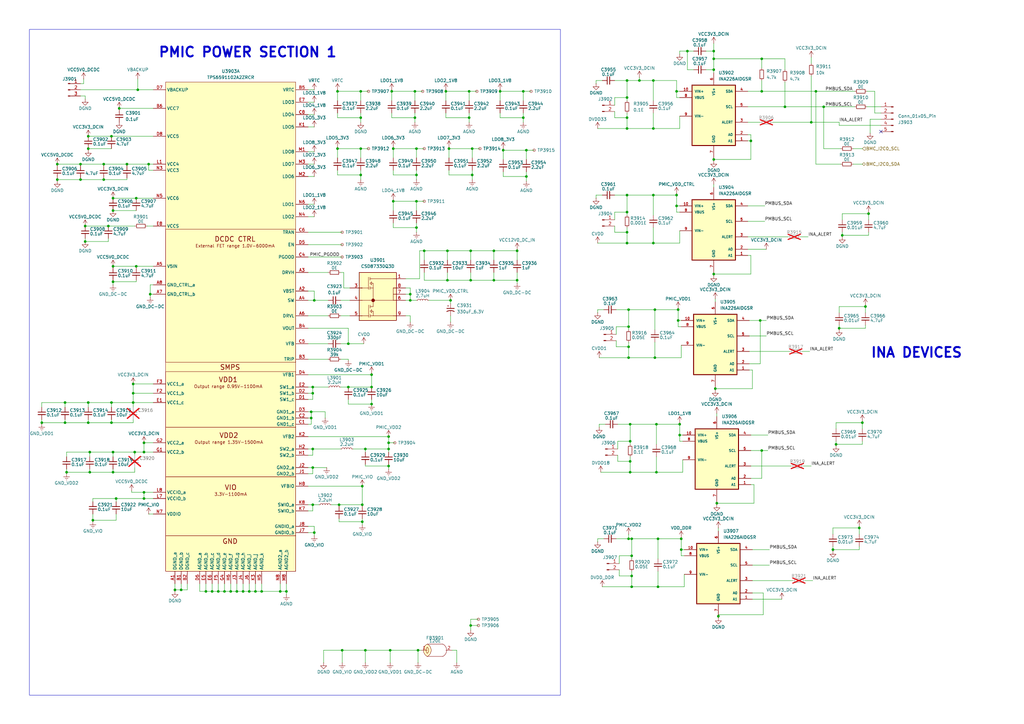
<source format=kicad_sch>
(kicad_sch (version 20250114) (generator "eeschema") (generator_version "9.0")
  (paper "A3")
  (title_block (title "Barre de son (base saine)") (date "2025-05-16") (rev "1.0") (company "NDH"))
  (rectangle (start 12.065 12.065) (end 229.87 285.115))
  (text "INA DEVICES\n" (at 375.92 144.78 0) (effects (font (size 4 4) (thickness 0.8) (bold yes))))
  (text "PMIC POWER SECTION 1\n" (at 101.6 21.59 0) (effects (font (size 4 4) (thickness 0.8) (bold yes))))
  (junction (at 59.055 201.93))
  (junction (at 55.88 81.28))
  (junction (at 205.105 37.465))
  (junction (at 128.27 158.75))
  (junction (at 128.905 123.19))
  (junction (at 26.67 173.355))
  (junction (at 48.895 44.45))
  (junction (at 149.86 266.7))
  (junction (at 33.02 73.66))
  (junction (at 128.27 161.29))
  (junction (at 206.375 61.595))
  (junction (at 342.9 182.245))
  (junction (at 269.24 173.99))
  (junction (at 36.83 193.675))
  (junction (at 292.735 65.405))
  (junction (at 84.455 242.57))
  (junction (at 279.4 225.425))
  (junction (at 147.955 71.755))
  (junction (at 56.515 36.83))
  (junction (at 212.09 114.935))
  (junction (at 267.97 33.02))
  (junction (at 36.195 55.88))
  (junction (at 307.975 57.785))
  (junction (at 277.495 84.455))
  (junction (at 168.275 120.65))
  (junction (at 59.055 181.61))
  (junction (at 159.385 191.135))
  (junction (at 259.08 240.665))
  (junction (at 36.195 165.1))
  (junction (at 293.37 159.385))
  (junction (at 42.545 73.66))
  (junction (at 294.64 252.73))
  (junction (at 193.04 114.935))
  (junction (at 128.27 191.77))
  (junction (at 268.605 146.685))
  (junction (at 214.63 48.26))
  (junction (at 267.97 52.705))
  (junction (at 148.59 207.01))
  (junction (at 170.18 37.465))
  (junction (at 117.475 242.57))
  (junction (at 337.82 43.815))
  (junction (at 152.4 165.735))
  (junction (at 258.445 193.675))
  (junction (at 36.195 60.96))
  (junction (at 277.495 80.01))
  (junction (at 183.515 102.87))
  (junction (at 138.43 60.96))
  (junction (at 59.055 185.42))
  (junction (at 33.02 67.31))
  (junction (at 161.29 60.96))
  (junction (at 269.24 193.675))
  (junction (at 257.81 127))
  (junction (at 294.005 206.375))
  (junction (at 152.4 158.75))
  (junction (at 184.15 60.96))
  (junction (at 94.615 242.57))
  (junction (at 59.055 204.47))
  (junction (at 148.59 199.39))
  (junction (at 34.925 92.71))
  (junction (at 161.29 82.55))
  (junction (at 46.355 185.42))
  (junction (at 292.735 24.13))
  (junction (at 23.495 67.31))
  (junction (at 257.81 133.985))
  (junction (at 341.63 225.425))
  (junction (at 159.385 184.15))
  (junction (at 292.735 28.575))
  (junction (at 47.625 204.47))
  (junction (at 45.72 173.355))
  (junction (at 104.775 242.57))
  (junction (at 46.355 109.22))
  (junction (at 128.905 218.44))
  (junction (at 152.4 153.67))
  (junction (at 257.175 33.02))
  (junction (at 34.925 99.06))
  (junction (at 36.83 185.42))
  (junction (at 159.385 179.07))
  (junction (at 127.635 171.45))
  (junction (at 86.995 242.57))
  (junction (at 202.565 114.935))
  (junction (at 278.765 173.99))
  (junction (at 127.635 168.91))
  (junction (at 193.675 60.96))
  (junction (at 257.175 40.005))
  (junction (at 170.815 71.755))
  (junction (at 46.355 193.675))
  (junction (at 147.955 37.465))
  (junction (at 52.07 67.31))
  (junction (at 114.935 242.57))
  (junction (at 99.695 242.57))
  (junction (at 107.315 242.57))
  (junction (at 321.945 43.815))
  (junction (at 257.81 220.98))
  (junction (at 202.565 102.87))
  (junction (at 257.175 48.26))
  (junction (at 278.13 131.445))
  (junction (at 257.175 95.25))
  (junction (at 278.765 178.435))
  (junction (at 170.18 48.26))
  (junction (at 344.17 134.62))
  (junction (at 257.175 52.705))
  (junction (at 312.42 24.13))
  (junction (at 312.42 37.465))
  (junction (at 92.075 242.57))
  (junction (at 212.09 102.87))
  (junction (at 170.815 93.345))
  (junction (at 45.72 55.88))
  (junction (at 149.86 184.15))
  (junction (at 267.97 80.01))
  (junction (at 45.72 165.1))
  (junction (at 262.255 33.02))
  (junction (at 23.495 73.66))
  (junction (at 312.42 184.785))
  (junction (at 258.445 180.975))
  (junction (at 192.405 37.465))
  (junction (at 89.535 242.57))
  (junction (at 97.155 242.57))
  (junction (at 46.355 86.36))
  (junction (at 61.595 120.65))
  (junction (at 332.74 50.165))
  (junction (at 269.875 240.665))
  (junction (at 38.1 213.36))
  (junction (at 352.425 216.535))
  (junction (at 128.27 184.15))
  (junction (at 257.81 142.24))
  (junction (at 147.955 48.26))
  (junction (at 345.44 96.52))
  (junction (at 257.175 86.995))
  (junction (at 46.355 81.28))
  (junction (at 142.875 158.75))
  (junction (at 139.065 207.01))
  (junction (at 258.445 173.99))
  (junction (at 193.675 71.755))
  (junction (at 140.335 266.7))
  (junction (at 259.08 227.965))
  (junction (at 42.545 67.31))
  (junction (at 74.295 241.935))
  (junction (at 46.355 115.57))
  (junction (at 214.63 37.465))
  (junction (at 148.59 213.995))
  (junction (at 184.785 123.19))
  (junction (at 193.04 256.54))
  (junction (at 258.445 189.23))
  (junction (at 183.515 114.935))
  (junction (at 55.88 109.22))
  (junction (at 267.97 99.695))
  (junction (at 128.27 207.01))
  (junction (at 259.08 220.98))
  (junction (at 215.9 61.595))
  (junction (at 269.875 220.98))
  (junction (at 102.235 242.57))
  (junction (at 138.43 37.465))
  (junction (at 54.61 161.29))
  (junction (at 170.815 60.96))
  (junction (at 27.305 193.675))
  (junction (at 26.67 165.1))
  (junction (at 257.81 146.685))
  (junction (at 193.04 102.87))
  (junction (at 257.175 99.695))
  (junction (at 354.965 125.73))
  (junction (at 279.4 220.98))
  (junction (at 334.645 37.465))
  (junction (at 147.955 60.96))
  (junction (at 278.13 127))
  (junction (at 60.96 67.31))
  (junction (at 356.235 87.63))
  (junction (at 171.45 266.7))
  (junction (at 268.605 127))
  (junction (at 281.94 20.955))
  (junction (at 215.9 72.39))
  (junction (at 192.405 48.26))
  (junction (at 257.175 80.01))
  (junction (at 71.755 241.935))
  (junction (at 142.875 140.97))
  (junction (at 168.275 123.19))
  (junction (at 292.735 112.395))
  (junction (at 170.815 82.55))
  (junction (at 311.785 131.445))
  (junction (at 182.88 37.465))
  (junction (at 54.61 165.1))
  (junction (at 17.145 173.355))
  (junction (at 44.45 92.71))
  (junction (at 54.61 157.48))
  (junction (at 353.695 173.355))
  (junction (at 292.735 20.955))
  (junction (at 159.385 181.61))
  (junction (at 36.195 173.355))
  (junction (at 160.02 266.7))
  (junction (at 173.99 102.87))
  (junction (at 277.495 37.465))
  (junction (at 55.245 185.42))
  (junction (at 259.08 236.22))
  (junction (at 160.655 37.465))
  (no_connect (at 361.315 53.975))
  (wire (pts (xy 353.695 180.975) (xy 353.695 182.245)))
  (wire (pts (xy 342.9 182.245) (xy 342.9 182.88)))
  (wire (pts (xy 54.61 172.085) (xy 54.61 173.355)))
  (wire (pts (xy 46.355 185.42) (xy 46.355 187.325)))
  (wire (pts (xy 258.445 180.975) (xy 253.365 180.975)))
  (wire (pts (xy 46.355 116.84) (xy 46.355 115.57)))
  (wire (pts (xy 280.67 227.965) (xy 279.4 227.965)))
  (wire (pts (xy 149.86 266.7) (xy 140.335 266.7)))
  (wire (pts (xy 257.175 52.705) (xy 245.11 52.705)))
  (wire (pts (xy 294.005 169.545) (xy 294.005 170.815)))
  (wire (pts (xy 244.475 80.01) (xy 247.015 80.01)))
  (wire (pts (xy 55.88 109.22) (xy 62.865 109.22)))
  (wire (pts (xy 185.42 266.7) (xy 187.325 266.7)))
  (wire (pts (xy 257.175 95.25) (xy 257.175 93.345)))
  (wire (pts (xy 324.485 191.135) (xy 307.975 191.135)))
  (wire (pts (xy 46.355 86.36) (xy 55.88 86.36)))
  (wire (pts (xy 344.17 134.62) (xy 344.17 135.255)))
  (wire (pts (xy 170.815 91.44) (xy 170.815 93.345)))
  (wire (pts (xy 17.145 173.99) (xy 17.145 173.355)))
  (wire (pts (xy 128.27 163.83) (xy 128.27 161.29)))
  (wire (pts (xy 170.815 95.25) (xy 170.815 93.345)))
  (wire (pts (xy 257.81 133.985) (xy 252.73 133.985)))
  (wire (pts (xy 61.595 116.84) (xy 62.865 116.84)))
  (wire (pts (xy 47.625 204.47) (xy 47.625 205.74)))
  (wire (pts (xy 193.04 114.935) (xy 202.565 114.935)))
  (wire (pts (xy 306.705 104.775) (xy 307.975 104.775)))
  (wire (pts (xy 245.11 127) (xy 245.11 128.27)))
  (wire (pts (xy 307.975 65.405) (xy 292.735 65.405)))
  (wire (pts (xy 258.445 182.245) (xy 258.445 180.975)))
  (wire (pts (xy 184.15 60.96) (xy 184.15 64.77)))
  (wire (pts (xy 26.67 172.085) (xy 26.67 173.355)))
  (wire (pts (xy 353.695 173.355) (xy 342.9 173.355)))
  (wire (pts (xy 253.365 180.975) (xy 253.365 184.15)))
  (wire (pts (xy 128.27 186.69) (xy 128.27 184.15)))
  (wire (pts (xy 245.745 173.99) (xy 248.285 173.99)))
  (wire (pts (xy 193.04 102.87) (xy 193.04 106.68)))
  (wire (pts (xy 149.86 184.15) (xy 159.385 184.15)))
  (wire (pts (xy 23.495 67.31) (xy 23.495 67.945)))
  (wire (pts (xy 294.005 207.01) (xy 294.005 206.375)))
  (wire (pts (xy 74.295 241.935) (xy 71.755 241.935)))
  (wire (pts (xy 56.515 32.385) (xy 56.515 36.83)))
  (wire (pts (xy 279.4 227.965) (xy 279.4 225.425)))
  (wire (pts (xy 128.905 219.71) (xy 128.905 218.44)))
  (wire (pts (xy 142.875 158.75) (xy 152.4 158.75)))
  (wire (pts (xy 168.275 120.65) (xy 168.275 118.11)))
  (wire (pts (xy 254 233.68) (xy 254 236.22)))
  (wire (pts (xy 126.365 186.69) (xy 128.27 186.69)))
  (wire (pts (xy 183.515 102.87) (xy 183.515 106.68)))
  (wire (pts (xy 26.67 165.1) (xy 26.67 167.005)))
  (wire (pts (xy 148.59 207.01) (xy 139.065 207.01)))
  (wire (pts (xy 262.255 31.75) (xy 262.255 33.02)))
  (wire (pts (xy 168.275 118.11) (xy 166.37 118.11)))
  (wire (pts (xy 269.875 240.665) (xy 259.08 240.665)))
  (wire (pts (xy 161.29 60.96) (xy 161.29 64.77)))
  (wire (pts (xy 212.09 106.68) (xy 212.09 102.87)))
  (wire (pts (xy 269.24 173.99) (xy 278.765 173.99)))
  (wire (pts (xy 126.365 171.45) (xy 127.635 171.45)))
  (wire (pts (xy 138.43 60.325) (xy 138.43 60.96)))
  (wire (pts (xy 44.45 97.79) (xy 44.45 99.06)))
  (wire (pts (xy 86.995 242.57) (xy 86.995 239.395)))
  (wire (pts (xy 52.07 73.025) (xy 52.07 73.66)))
  (wire (pts (xy 358.775 37.465) (xy 355.6 37.465)))
  (wire (pts (xy 140.97 118.11) (xy 140.97 111.76)))
  (wire (pts (xy 259.08 240.665) (xy 259.08 236.22)))
  (wire (pts (xy 332.105 144.145) (xy 328.93 144.145)))
  (wire (pts (xy 138.43 60.96) (xy 138.43 64.77)))
  (wire (pts (xy 334.645 67.31) (xy 334.645 37.465)))
  (wire (pts (xy 126.365 209.55) (xy 128.27 209.55)))
  (wire (pts (xy 55.88 81.28) (xy 62.865 81.28)))
  (wire (pts (xy 128.905 123.19) (xy 134.62 123.19)))
  (wire (pts (xy 144.78 184.15) (xy 149.86 184.15)))
  (wire (pts (xy 170.815 60.96) (xy 161.29 60.96)))
  (wire (pts (xy 27.305 192.405) (xy 27.305 193.675)))
  (wire (pts (xy 170.815 123.19) (xy 168.275 123.19)))
  (wire (pts (xy 353.695 60.96) (xy 349.885 60.96)))
  (wire (pts (xy 278.765 22.225) (xy 278.765 20.955)))
  (wire (pts (xy 312.42 37.465) (xy 306.705 37.465)))
  (wire (pts (xy 61.595 120.65) (xy 61.595 121.92)))
  (wire (pts (xy 99.695 242.57) (xy 102.235 242.57)))
  (wire (pts (xy 280.67 235.585) (xy 280.67 240.665)))
  (wire (pts (xy 294.64 252.095) (xy 294.64 252.73)))
  (wire (pts (xy 278.765 86.995) (xy 277.495 86.995)))
  (wire (pts (xy 170.18 50.165) (xy 170.18 48.26)))
  (wire (pts (xy 76.835 239.395) (xy 76.835 241.935)))
  (wire (pts (xy 212.09 102.235) (xy 212.09 102.87)))
  (wire (pts (xy 160.655 36.83) (xy 160.655 37.465)))
  (wire (pts (xy 148.59 207.645) (xy 148.59 207.01)))
  (wire (pts (xy 267.97 33.02) (xy 267.97 41.275)))
  (wire (pts (xy 269.875 220.98) (xy 269.875 229.235)))
  (wire (pts (xy 259.08 240.665) (xy 247.015 240.665)))
  (wire (pts (xy 182.88 36.83) (xy 182.88 37.465)))
  (wire (pts (xy 308.61 231.775) (xy 315.595 231.775)))
  (wire (pts (xy 171.45 266.7) (xy 171.45 271.78)))
  (wire (pts (xy 55.245 185.42) (xy 46.355 185.42)))
  (wire (pts (xy 59.055 201.93) (xy 59.055 204.47)))
  (wire (pts (xy 307.975 178.435) (xy 314.96 178.435)))
  (wire (pts (xy 36.195 165.1) (xy 36.195 167.005)))
  (wire (pts (xy 252.095 40.005) (xy 252.095 43.18)))
  (wire (pts (xy 127.635 168.91) (xy 127.635 171.45)))
  (wire (pts (xy 160.02 266.7) (xy 171.45 266.7)))
  (wire (pts (xy 344.805 60.96) (xy 337.82 60.96)))
  (wire (pts (xy 148.59 215.265) (xy 148.59 213.995)))
  (wire (pts (xy 279.4 225.425) (xy 280.67 225.425)))
  (wire (pts (xy 292.735 66.04) (xy 292.735 65.405)))
  (wire (pts (xy 170.18 41.275) (xy 170.18 37.465)))
  (wire (pts (xy 252.095 95.25) (xy 257.175 95.25)))
  (wire (pts (xy 147.955 37.465) (xy 138.43 37.465)))
  (wire (pts (xy 44.45 92.71) (xy 55.245 92.71)))
  (wire (pts (xy 341.63 225.425) (xy 341.63 226.06)))
  (wire (pts (xy 61.595 116.84) (xy 61.595 120.65)))
  (wire (pts (xy 278.13 133.985) (xy 278.13 131.445)))
  (wire (pts (xy 48.895 44.45) (xy 62.865 44.45)))
  (wire (pts (xy 280.035 193.675) (xy 269.24 193.675)))
  (wire (pts (xy 42.545 67.31) (xy 33.02 67.31)))
  (wire (pts (xy 356.235 95.25) (xy 356.235 96.52)))
  (wire (pts (xy 183.515 114.935) (xy 193.04 114.935)))
  (wire (pts (xy 307.975 57.785) (xy 307.975 65.405)))
  (wire (pts (xy 184.785 132.08) (xy 184.785 129.54)))
  (wire (pts (xy 354.965 125.73) (xy 344.17 125.73)))
  (wire (pts (xy 257.175 48.26) (xy 257.175 46.355)))
  (wire (pts (xy 128.27 191.77) (xy 133.985 191.77)))
  (wire (pts (xy 74.295 239.395) (xy 74.295 241.935)))
  (wire (pts (xy 278.765 178.435) (xy 278.765 173.99)))
  (wire (pts (xy 45.72 55.88) (xy 62.865 55.88)))
  (wire (pts (xy 337.82 43.815) (xy 350.52 43.815)))
  (wire (pts (xy 355.6 43.815) (xy 361.315 43.815)))
  (wire (pts (xy 278.765 173.355) (xy 278.765 173.99)))
  (wire (pts (xy 361.315 48.895) (xy 356.87 48.895)))
  (wire (pts (xy 45.72 173.355) (xy 36.195 173.355)))
  (wire (pts (xy 332.74 31.115) (xy 332.74 50.165)))
  (wire (pts (xy 311.785 50.165) (xy 306.705 50.165)))
  (wire (pts (xy 292.735 113.03) (xy 292.735 112.395)))
  (wire (pts (xy 252.73 220.98) (xy 257.81 220.98)))
  (wire (pts (xy 254 227.965) (xy 254 231.14)))
  (wire (pts (xy 292.735 112.395) (xy 292.735 111.76)))
  (wire (pts (xy 33.02 73.025) (xy 33.02 73.66)))
  (wire (pts (xy 173.99 111.76) (xy 173.99 114.935)))
  (wire (pts (xy 269.24 187.325) (xy 269.24 193.675)))
  (wire (pts (xy 38.1 213.36) (xy 38.1 210.82)))
  (wire (pts (xy 312.42 33.02) (xy 312.42 37.465)))
  (wire (pts (xy 354.965 128.27) (xy 354.965 125.73)))
  (wire (pts (xy 269.875 234.315) (xy 269.875 240.665)))
  (wire (pts (xy 126.365 105.41) (xy 140.335 105.41)))
  (wire (pts (xy 214.63 41.275) (xy 214.63 37.465)))
  (wire (pts (xy 138.43 71.755) (xy 138.43 69.85)))
  (wire (pts (xy 215.9 65.405) (xy 215.9 61.595)))
  (wire (pts (xy 173.99 114.935) (xy 183.515 114.935)))
  (wire (pts (xy 159.385 192.405) (xy 159.385 191.135)))
  (wire (pts (xy 212.09 102.87) (xy 202.565 102.87)))
  (wire (pts (xy 280.67 240.665) (xy 269.875 240.665)))
  (wire (pts (xy 193.675 60.96) (xy 184.15 60.96)))
  (wire (pts (xy 34.29 32.385) (xy 34.29 34.29)))
  (wire (pts (xy 352.425 225.425) (xy 341.63 225.425)))
  (wire (pts (xy 279.4 133.985) (xy 278.13 133.985)))
  (wire (pts (xy 147.955 46.355) (xy 147.955 48.26)))
  (wire (pts (xy 149.86 266.7) (xy 149.86 271.78)))
  (wire (pts (xy 148.59 212.725) (xy 148.59 213.995)))
  (wire (pts (xy 183.515 102.87) (xy 173.99 102.87)))
  (wire (pts (xy 55.88 115.57) (xy 55.88 114.935)))
  (wire (pts (xy 192.405 48.26) (xy 182.88 48.26)))
  (wire (pts (xy 54.61 161.29) (xy 62.865 161.29)))
  (wire (pts (xy 54.61 157.48) (xy 54.61 161.29)))
  (wire (pts (xy 149.86 191.135) (xy 149.86 190.5)))
  (wire (pts (xy 47.625 204.47) (xy 59.055 204.47)))
  (wire (pts (xy 267.97 80.01) (xy 277.495 80.01)))
  (wire (pts (xy 244.475 33.02) (xy 244.475 34.29)))
  (wire (pts (xy 76.835 241.935) (xy 74.295 241.935)))
  (wire (pts (xy 104.775 242.57) (xy 104.775 239.395)))
  (wire (pts (xy 202.565 102.87) (xy 193.04 102.87)))
  (wire (pts (xy 55.88 109.855) (xy 55.88 109.22)))
  (wire (pts (xy 182.88 37.465) (xy 182.88 41.275)))
  (wire (pts (xy 267.97 33.02) (xy 277.495 33.02)))
  (wire (pts (xy 114.935 242.57) (xy 114.935 239.395)))
  (wire (pts (xy 55.245 185.42) (xy 59.055 185.42)))
  (wire (pts (xy 252.095 92.71) (xy 252.095 95.25)))
  (wire (pts (xy 182.88 48.26) (xy 182.88 46.355)))
  (wire (pts (xy 252.095 86.995) (xy 252.095 90.17)))
  (wire (pts (xy 192.405 37.465) (xy 195.58 37.465)))
  (wire (pts (xy 278.765 40.005) (xy 277.495 40.005)))
  (wire (pts (xy 46.355 115.57) (xy 55.88 115.57)))
  (wire (pts (xy 52.07 67.31) (xy 42.545 67.31)))
  (wire (pts (xy 214.63 37.465) (xy 205.105 37.465)))
  (wire (pts (xy 252.73 142.24) (xy 257.81 142.24)))
  (wire (pts (xy 128.905 218.44) (xy 128.905 215.9)))
  (wire (pts (xy 306.705 43.815) (xy 321.945 43.815)))
  (wire (pts (xy 277.495 40.005) (xy 277.495 37.465)))
  (wire (pts (xy 126.365 123.19) (xy 128.905 123.19)))
  (wire (pts (xy 312.42 27.94) (xy 312.42 24.13)))
  (wire (pts (xy 128.27 209.55) (xy 128.27 207.01)))
  (wire (pts (xy 354.965 125.095) (xy 354.965 125.73)))
  (wire (pts (xy 128.27 207.01) (xy 126.365 207.01)))
  (wire (pts (xy 34.925 92.71) (xy 44.45 92.71)))
  (wire (pts (xy 292.735 28.575) (xy 292.735 24.13)))
  (wire (pts (xy 138.43 37.465) (xy 138.43 41.275)))
  (wire (pts (xy 312.42 196.215) (xy 312.42 184.785)))
  (wire (pts (xy 160.655 37.465) (xy 160.655 41.275)))
  (wire (pts (xy 142.875 147.955) (xy 142.875 147.32)))
  (wire (pts (xy 175.895 123.19) (xy 184.785 123.19)))
  (wire (pts (xy 166.37 123.19) (xy 168.275 123.19)))
  (wire (pts (xy 147.955 71.755) (xy 138.43 71.755)))
  (wire (pts (xy 278.765 99.695) (xy 267.97 99.695)))
  (wire (pts (xy 27.305 185.42) (xy 27.305 187.325)))
  (wire (pts (xy 193.04 114.935) (xy 193.04 111.76)))
  (wire (pts (xy 358.775 46.355) (xy 358.775 37.465)))
  (wire (pts (xy 321.945 28.575) (xy 321.945 24.13)))
  (wire (pts (xy 333.375 238.125) (xy 330.2 238.125)))
  (wire (pts (xy 140.97 111.76) (xy 139.7 111.76)))
  (wire (pts (xy 257.175 86.995) (xy 252.095 86.995)))
  (wire (pts (xy 344.17 51.435) (xy 344.17 50.165)))
  (wire (pts (xy 313.69 90.805) (xy 306.705 90.805)))
  (wire (pts (xy 205.105 48.26) (xy 205.105 46.355)))
  (wire (pts (xy 307.975 112.395) (xy 292.735 112.395)))
  (wire (pts (xy 60.96 69.85) (xy 62.865 69.85)))
  (wire (pts (xy 352.425 215.9) (xy 352.425 216.535)))
  (wire (pts (xy 308.61 159.385) (xy 293.37 159.385)))
  (wire (pts (xy 139.065 213.995) (xy 139.065 212.725)))
  (wire (pts (xy 59.055 185.42) (xy 62.865 185.42)))
  (wire (pts (xy 147.955 41.275) (xy 147.955 37.465)))
  (wire (pts (xy 81.915 239.395) (xy 81.915 242.57)))
  (wire (pts (xy 332.74 23.495) (xy 332.74 26.035)))
  (wire (pts (xy 89.535 242.57) (xy 92.075 242.57)))
  (wire (pts (xy 45.72 165.1) (xy 36.195 165.1)))
  (wire (pts (xy 353.695 182.245) (xy 342.9 182.245)))
  (wire (pts (xy 59.055 181.61) (xy 59.055 185.42)))
  (wire (pts (xy 94.615 242.57) (xy 97.155 242.57)))
  (wire (pts (xy 257.81 127) (xy 257.81 133.985)))
  (wire (pts (xy 46.355 109.22) (xy 55.88 109.22)))
  (wire (pts (xy 262.255 33.02) (xy 267.97 33.02)))
  (wire (pts (xy 215.9 74.295) (xy 215.9 72.39)))
  (wire (pts (xy 81.915 242.57) (xy 84.455 242.57)))
  (wire (pts (xy 160.655 48.26) (xy 160.655 46.355)))
  (wire (pts (xy 42.545 67.31) (xy 42.545 67.945)))
  (wire (pts (xy 47.625 213.36) (xy 38.1 213.36)))
  (wire (pts (xy 170.815 71.755) (xy 161.29 71.755)))
  (wire (pts (xy 107.315 242.57) (xy 107.315 239.395)))
  (wire (pts (xy 312.42 184.785) (xy 314.96 184.785)))
  (wire (pts (xy 257.175 41.275) (xy 257.175 40.005)))
  (wire (pts (xy 353.695 172.72) (xy 353.695 173.355)))
  (wire (pts (xy 252.095 80.01) (xy 257.175 80.01)))
  (wire (pts (xy 293.37 159.385) (xy 293.37 158.75)))
  (wire (pts (xy 172.085 102.87) (xy 172.085 114.3)))
  (wire (pts (xy 45.72 172.085) (xy 45.72 173.355)))
  (wire (pts (xy 140.335 266.7) (xy 140.335 271.78)))
  (wire (pts (xy 59.055 204.47) (xy 62.865 204.47)))
  (wire (pts (xy 126.365 168.91) (xy 127.635 168.91)))
  (wire (pts (xy 267.97 46.355) (xy 267.97 52.705)))
  (wire (pts (xy 92.075 242.57) (xy 92.075 239.395)))
  (wire (pts (xy 148.59 199.39) (xy 148.59 207.01)))
  (wire (pts (xy 277.495 37.465) (xy 277.495 33.02)))
  (wire (pts (xy 84.455 242.57) (xy 84.455 239.395)))
  (wire (pts (xy 257.175 80.01) (xy 257.175 86.995)))
  (wire (pts (xy 166.37 120.65) (xy 168.275 120.65)))
  (wire (pts (xy 170.18 37.465) (xy 173.355 37.465)))
  (wire (pts (xy 257.175 33.02) (xy 262.255 33.02)))
  (wire (pts (xy 149.86 184.15) (xy 149.86 185.42)))
  (wire (pts (xy 292.735 75.565) (xy 292.735 76.835)))
  (wire (pts (xy 62.865 67.31) (xy 60.96 67.31)))
  (wire (pts (xy 341.63 216.535) (xy 341.63 219.075)))
  (wire (pts (xy 159.385 191.135) (xy 149.86 191.135)))
  (wire (pts (xy 292.735 65.405) (xy 292.735 64.77)))
  (wire (pts (xy 306.705 55.245) (xy 307.975 55.245)))
  (wire (pts (xy 168.275 132.08) (xy 168.275 129.5389)))
  (wire (pts (xy 184.785 124.46) (xy 184.785 123.19)))
  (wire (pts (xy 126.365 147.32) (xy 134.62 147.32)))
  (wire (pts (xy 42.545 73.025) (xy 42.545 73.66)))
  (wire (pts (xy 126.365 134.62) (xy 142.875 134.62)))
  (wire (pts (xy 168.275 123.19) (xy 168.275 120.65)))
  (wire (pts (xy 279.4 220.345) (xy 279.4 220.98)))
  (wire (pts (xy 139.7 123.19) (xy 143.51 123.19)))
  (wire (pts (xy 128.905 119.38) (xy 126.365 119.38)))
  (wire (pts (xy 170.815 60.96) (xy 173.99 60.96)))
  (wire (pts (xy 316.865 50.165) (xy 332.74 50.165)))
  (wire (pts (xy 54.61 173.355) (xy 45.72 173.355)))
  (wire (pts (xy 252.095 48.26) (xy 257.175 48.26)))
  (wire (pts (xy 33.02 36.83) (xy 56.515 36.83)))
  (wire (pts (xy 134.62 111.76) (xy 126.365 111.76)))
  (wire (pts (xy 168.275 129.5389) (xy 166.3721 129.5389)))
  (wire (pts (xy 56.515 36.83) (xy 62.865 36.83)))
  (wire (pts (xy 361.315 46.355) (xy 358.775 46.355)))
  (wire (pts (xy 281.94 20.955) (xy 284.48 20.955)))
  (wire (pts (xy 279.4 225.425) (xy 279.4 220.98)))
  (wire (pts (xy 161.29 82.55) (xy 161.29 86.36)))
  (wire (pts (xy 321.945 43.815) (xy 337.82 43.815)))
  (wire (pts (xy 127.635 171.45) (xy 127.635 173.99)))
  (wire (pts (xy 17.145 173.355) (xy 17.145 172.085)))
  (wire (pts (xy 36.83 185.42) (xy 27.305 185.42)))
  (wire (pts (xy 352.425 224.155) (xy 352.425 225.425)))
  (wire (pts (xy 126.365 218.44) (xy 128.905 218.44)))
  (wire (pts (xy 159.385 190.5) (xy 159.385 191.135)))
  (wire (pts (xy 44.45 99.06) (xy 34.925 99.06)))
  (wire (pts (xy 269.24 193.675) (xy 258.445 193.675)))
  (wire (pts (xy 139.7 129.54) (xy 143.51 129.54)))
  (wire (pts (xy 308.61 225.425) (xy 315.595 225.425)))
  (wire (pts (xy 46.355 192.405) (xy 46.355 193.675)))
  (wire (pts (xy 321.945 24.13) (xy 312.42 24.13)))
  (wire (pts (xy 53.975 201.93) (xy 53.975 201.295)))
  (wire (pts (xy 46.355 193.675) (xy 36.83 193.675)))
  (wire (pts (xy 361.315 51.435) (xy 344.17 51.435)))
  (wire (pts (xy 126.365 153.67) (xy 152.4 153.67)))
  (wire (pts (xy 257.175 52.705) (xy 257.175 48.26)))
  (wire (pts (xy 252.73 133.985) (xy 252.73 137.16)))
  (wire (pts (xy 159.385 181.61) (xy 161.925 181.61)))
  (wire (pts (xy 311.785 131.445) (xy 307.34 131.445)))
  (wire (pts (xy 356.235 90.17) (xy 356.235 87.63)))
  (wire (pts (xy 258.445 173.99) (xy 258.445 180.975)))
  (wire (pts (xy 33.02 73.66) (xy 42.545 73.66)))
  (wire (pts (xy 139.065 207.645) (xy 139.065 207.01)))
  (wire (pts (xy 126.365 46.99) (xy 128.905 46.99)))
  (wire (pts (xy 47.625 210.82) (xy 47.625 213.36)))
  (wire (pts (xy 138.43 36.83) (xy 138.43 37.465)))
  (wire (pts (xy 170.815 69.85) (xy 170.815 71.755)))
  (wire (pts (xy 259.08 236.22) (xy 259.08 234.315)))
  (wire (pts (xy 62.865 201.93) (xy 59.055 201.93)))
  (wire (pts (xy 342.9 180.975) (xy 342.9 182.245)))
  (wire (pts (xy 23.495 73.66) (xy 33.02 73.66)))
  (wire (pts (xy 160.02 266.7) (xy 149.86 266.7)))
  (wire (pts (xy 214.63 46.355) (xy 214.63 48.26)))
  (wire (pts (xy 143.51 118.11) (xy 140.97 118.11)))
  (wire (pts (xy 142.875 134.62) (xy 142.875 140.97)))
  (wire (pts (xy 257.81 135.255) (xy 257.81 133.985)))
  (wire (pts (xy 284.48 28.575) (xy 281.94 28.575)))
  (wire (pts (xy 139.7 158.75) (xy 142.875 158.75)))
  (wire (pts (xy 206.375 72.39) (xy 206.375 70.485)))
  (wire (pts (xy 33.02 67.31) (xy 23.495 67.31)))
  (wire (pts (xy 281.94 28.575) (xy 281.94 20.955)))
  (wire (pts (xy 278.765 180.975) (xy 278.765 178.435)))
  (wire (pts (xy 36.195 60.96) (xy 45.72 60.96)))
  (wire (pts (xy 320.675 245.745) (xy 308.61 245.745)))
  (wire (pts (xy 170.815 82.55) (xy 161.29 82.55)))
  (wire (pts (xy 184.15 71.755) (xy 184.15 69.85)))
  (wire (pts (xy 253.365 186.69) (xy 253.365 189.23)))
  (wire (pts (xy 345.44 95.25) (xy 345.44 96.52)))
  (wire (pts (xy 331.47 97.155) (xy 328.295 97.155)))
  (wire (pts (xy 159.385 184.15) (xy 159.385 185.42)))
  (wire (pts (xy 23.495 73.66) (xy 23.495 73.025)))
  (wire (pts (xy 323.85 144.145) (xy 307.34 144.145)))
  (wire (pts (xy 139.7 184.15) (xy 128.27 184.15)))
  (wire (pts (xy 126.365 52.07) (xy 128.905 52.07)))
  (wire (pts (xy 341.63 224.155) (xy 341.63 225.425)))
  (wire (pts (xy 173.99 102.87) (xy 172.085 102.87)))
  (wire (pts (xy 46.355 109.855) (xy 46.355 109.22)))
  (wire (pts (xy 202.565 102.87) (xy 202.565 106.68)))
  (wire (pts (xy 257.81 146.685) (xy 245.745 146.685)))
  (wire (pts (xy 279.4 141.605) (xy 279.4 146.685)))
  (wire (pts (xy 280.035 188.595) (xy 280.035 193.675)))
  (wire (pts (xy 293.37 122.555) (xy 293.37 123.825)))
  (wire (pts (xy 89.535 242.57) (xy 89.535 239.395)))
  (wire (pts (xy 36.83 185.42) (xy 36.83 187.325)))
  (wire (pts (xy 202.565 114.935) (xy 202.565 111.76)))
  (wire (pts (xy 161.29 81.915) (xy 161.29 82.55)))
  (wire (pts (xy 268.605 140.335) (xy 268.605 146.685)))
  (wire (pts (xy 132.715 266.7) (xy 132.715 271.78)))
  (wire (pts (xy 307.975 55.245) (xy 307.975 57.785)))
  (wire (pts (xy 55.245 193.675) (xy 46.355 193.675)))
  (wire (pts (xy 309.245 206.375) (xy 294.005 206.375)))
  (wire (pts (xy 308.61 243.205) (xy 313.055 243.205)))
  (wire (pts (xy 253.365 173.99) (xy 258.445 173.99)))
  (wire (pts (xy 267.97 93.345) (xy 267.97 99.695)))
  (wire (pts (xy 354.965 133.35) (xy 354.965 134.62)))
  (wire (pts (xy 259.08 229.235) (xy 259.08 227.965)))
  (wire (pts (xy 147.955 48.26) (xy 138.43 48.26)))
  (wire (pts (xy 312.42 37.465) (xy 334.645 37.465)))
  (wire (pts (xy 138.43 48.26) (xy 138.43 46.355)))
  (wire (pts (xy 278.765 52.705) (xy 267.97 52.705)))
  (wire (pts (xy 36.195 165.1) (xy 26.67 165.1)))
  (wire (pts (xy 117.475 242.57) (xy 117.475 243.84)))
  (wire (pts (xy 62.865 157.48) (xy 54.61 157.48)))
  (wire (pts (xy 313.055 243.205) (xy 313.055 252.095)))
  (wire (pts (xy 278.13 131.445) (xy 278.13 127)))
  (wire (pts (xy 62.865 181.61) (xy 59.055 181.61)))
  (wire (pts (xy 309.245 198.755) (xy 309.245 206.375)))
  (wire (pts (xy 257.81 146.685) (xy 257.81 142.24)))
  (wire (pts (xy 126.365 191.77) (xy 128.27 191.77)))
  (wire (pts (xy 23.495 74.295) (xy 23.495 73.66)))
  (wire (pts (xy 71.755 242.57) (xy 71.755 241.935)))
  (wire (pts (xy 60.96 210.82) (xy 62.865 210.82)))
  (wire (pts (xy 257.175 80.01) (xy 267.97 80.01)))
  (wire (pts (xy 94.615 242.57) (xy 94.615 239.395)))
  (wire (pts (xy 17.145 165.1) (xy 17.145 167.005)))
  (wire (pts (xy 257.175 33.02) (xy 257.175 40.005)))
  (wire (pts (xy 160.02 266.7) (xy 160.02 271.78)))
  (wire (pts (xy 170.815 64.77) (xy 170.815 60.96)))
  (wire (pts (xy 252.73 127) (xy 257.81 127)))
  (wire (pts (xy 170.815 73.66) (xy 170.815 71.755)))
  (wire (pts (xy 278.765 94.615) (xy 278.765 99.695)))
  (wire (pts (xy 354.965 134.62) (xy 344.17 134.62)))
  (wire (pts (xy 278.765 178.435) (xy 280.035 178.435)))
  (wire (pts (xy 334.645 37.465) (xy 350.52 37.465)))
  (wire (pts (xy 134.62 158.75) (xy 128.27 158.75)))
  (wire (pts (xy 215.9 61.595) (xy 219.075 61.595)))
  (wire (pts (xy 38.1 213.995) (xy 38.1 213.36)))
  (wire (pts (xy 60.325 92.71) (xy 62.865 92.71)))
  (wire (pts (xy 306.705 57.785) (xy 307.975 57.785)))
  (wire (pts (xy 133.35 171.45) (xy 133.35 168.91)))
  (wire (pts (xy 356.235 96.52) (xy 345.44 96.52)))
  (wire (pts (xy 314.325 131.445) (xy 311.785 131.445)))
  (wire (pts (xy 184.15 60.325) (xy 184.15 60.96)))
  (wire (pts (xy 140.335 266.7) (xy 132.715 266.7)))
  (wire (pts (xy 192.405 37.465) (xy 182.88 37.465)))
  (wire (pts (xy 323.215 97.155) (xy 306.705 97.155)))
  (wire (pts (xy 152.4 165.735) (xy 142.875 165.735)))
  (wire (pts (xy 126.365 83.82) (xy 128.905 83.82)))
  (wire (pts (xy 258.445 189.23) (xy 258.445 187.325)))
  (wire (pts (xy 244.475 80.01) (xy 244.475 81.28)))
  (wire (pts (xy 161.29 60.325) (xy 161.29 60.96)))
  (wire (pts (xy 38.1 204.47) (xy 47.625 204.47)))
  (wire (pts (xy 193.04 256.54) (xy 196.215 256.54)))
  (wire (pts (xy 48.895 45.085) (xy 48.895 44.45)))
  (wire (pts (xy 245.745 173.99) (xy 245.745 175.26)))
  (wire (pts (xy 307.975 196.215) (xy 312.42 196.215)))
  (wire (pts (xy 294.005 206.375) (xy 294.005 205.74)))
  (wire (pts (xy 205.105 37.465) (xy 205.105 41.275)))
  (wire (pts (xy 126.365 72.39) (xy 128.905 72.39)))
  (wire (pts (xy 170.815 93.345) (xy 161.29 93.345)))
  (wire (pts (xy 107.315 242.57) (xy 114.935 242.57)))
  (wire (pts (xy 161.29 93.345) (xy 161.29 91.44)))
  (wire (pts (xy 38.1 205.74) (xy 38.1 204.47)))
  (wire (pts (xy 294.64 216.535) (xy 294.64 217.805)))
  (wire (pts (xy 206.375 60.96) (xy 206.375 61.595)))
  (wire (pts (xy 170.18 37.465) (xy 160.655 37.465)))
  (wire (pts (xy 147.955 37.465) (xy 151.13 37.465)))
  (wire (pts (xy 126.365 163.83) (xy 128.27 163.83)))
  (wire (pts (xy 294.64 253.365) (xy 294.64 252.73)))
  (wire (pts (xy 193.675 60.96) (xy 196.85 60.96)))
  (wire (pts (xy 193.04 254) (xy 193.04 256.54)))
  (wire (pts (xy 258.445 173.99) (xy 269.24 173.99)))
  (wire (pts (xy 293.37 160.02) (xy 293.37 159.385)))
  (wire (pts (xy 278.765 20.955) (xy 281.94 20.955)))
  (wire (pts (xy 97.155 242.57) (xy 97.155 239.395)))
  (wire (pts (xy 277.495 79.375) (xy 277.495 80.01)))
  (wire (pts (xy 215.9 70.485) (xy 215.9 72.39)))
  (wire (pts (xy 128.27 194.31) (xy 128.27 191.77)))
  (wire (pts (xy 278.13 131.445) (xy 279.4 131.445)))
  (wire (pts (xy 170.815 82.55) (xy 173.99 82.55)))
  (wire (pts (xy 202.565 114.935) (xy 212.09 114.935)))
  (wire (pts (xy 192.405 41.275) (xy 192.405 37.465)))
  (wire (pts (xy 280.035 180.975) (xy 278.765 180.975)))
  (wire (pts (xy 159.385 181.61) (xy 159.385 184.15)))
  (wire (pts (xy 257.175 99.695) (xy 245.11 99.695)))
  (wire (pts (xy 332.74 50.165) (xy 344.17 50.165)))
  (wire (pts (xy 214.63 50.165) (xy 214.63 48.26)))
  (wire (pts (xy 205.105 36.83) (xy 205.105 37.465)))
  (wire (pts (xy 148.59 213.995) (xy 139.065 213.995)))
  (wire (pts (xy 126.365 67.31) (xy 128.905 67.31)))
  (wire (pts (xy 356.235 87.63) (xy 345.44 87.63)))
  (wire (pts (xy 71.755 241.935) (xy 71.755 239.395)))
  (wire (pts (xy 126.365 194.31) (xy 128.27 194.31)))
  (wire (pts (xy 352.425 216.535) (xy 341.63 216.535)))
  (wire (pts (xy 292.735 17.78) (xy 292.735 20.955)))
  (wire (pts (xy 36.195 55.88) (xy 45.72 55.88)))
  (wire (pts (xy 152.4 158.75) (xy 152.4 153.67)))
  (wire (pts (xy 258.445 193.675) (xy 246.38 193.675)))
  (wire (pts (xy 172.72 266.7) (xy 171.45 266.7)))
  (wire (pts (xy 214.63 37.465) (xy 217.805 37.465)))
  (wire (pts (xy 356.235 86.995) (xy 356.235 87.63)))
  (wire (pts (xy 311.785 149.225) (xy 311.785 131.445)))
  (wire (pts (xy 259.08 220.98) (xy 269.875 220.98)))
  (wire (pts (xy 332.74 191.135) (xy 329.565 191.135)))
  (wire (pts (xy 61.595 120.65) (xy 62.865 120.65)))
  (wire (pts (xy 60.96 67.31) (xy 60.96 69.85)))
  (wire (pts (xy 193.04 256.54) (xy 193.04 258.445)))
  (wire (pts (xy 36.83 193.675) (xy 27.305 193.675)))
  (wire (pts (xy 46.355 185.42) (xy 36.83 185.42)))
  (wire (pts (xy 258.445 193.675) (xy 258.445 189.23)))
  (wire (pts (xy 173.99 102.87) (xy 173.99 106.68)))
  (wire (pts (xy 42.545 73.66) (xy 52.07 73.66)))
  (wire (pts (xy 245.11 127) (xy 247.65 127)))
  (wire (pts (xy 345.44 87.63) (xy 345.44 90.17)))
  (wire (pts (xy 36.195 172.085) (xy 36.195 173.355)))
  (wire (pts (xy 34.29 34.29) (xy 33.02 34.29)))
  (wire (pts (xy 126.365 62.23) (xy 128.905 62.23)))
  (wire (pts (xy 278.13 126.365) (xy 278.13 127)))
  (wire (pts (xy 126.365 100.33) (xy 140.335 100.33)))
  (wire (pts (xy 267.97 99.695) (xy 257.175 99.695)))
  (wire (pts (xy 353.695 67.31) (xy 349.885 67.31)))
  (wire (pts (xy 268.605 127) (xy 268.605 135.255)))
  (wire (pts (xy 192.405 50.165) (xy 192.405 48.26)))
  (wire (pts (xy 206.375 61.595) (xy 206.375 65.405)))
  (wire (pts (xy 214.63 48.26) (xy 205.105 48.26)))
  (wire (pts (xy 314.325 102.235) (xy 306.705 102.235)))
  (wire (pts (xy 307.975 104.775) (xy 307.975 112.395)))
  (wire (pts (xy 257.81 219.075) (xy 257.81 220.98)))
  (wire (pts (xy 161.29 71.755) (xy 161.29 69.85)))
  (wire (pts (xy 36.195 173.355) (xy 26.67 173.355)))
  (wire (pts (xy 257.175 88.265) (xy 257.175 86.995)))
  (wire (pts (xy 172.085 114.3) (xy 166.37 114.3)))
  (wire (pts (xy 252.095 33.02) (xy 257.175 33.02)))
  (wire (pts (xy 294.64 252.095) (xy 313.055 252.095)))
  (wire (pts (xy 117.475 242.57) (xy 117.475 239.395)))
  (wire (pts (xy 344.805 67.31) (xy 334.645 67.31)))
  (wire (pts (xy 128.27 184.15) (xy 126.365 184.15)))
  (wire (pts (xy 269.24 173.99) (xy 269.24 182.245)))
  (wire (pts (xy 147.955 69.85) (xy 147.955 71.755)))
  (wire (pts (xy 344.17 125.73) (xy 344.17 128.27)))
  (wire (pts (xy 215.9 61.595) (xy 206.375 61.595)))
  (wire (pts (xy 54.61 161.29) (xy 54.61 165.1)))
  (wire (pts (xy 345.44 96.52) (xy 345.44 97.155)))
  (wire (pts (xy 36.195 61.595) (xy 36.195 60.96)))
  (wire (pts (xy 259.08 220.98) (xy 259.08 227.965)))
  (wire (pts (xy 130.81 207.01) (xy 128.27 207.01)))
  (wire (pts (xy 215.9 72.39) (xy 206.375 72.39)))
  (wire (pts (xy 193.04 102.87) (xy 183.515 102.87)))
  (wire (pts (xy 128.905 123.19) (xy 128.905 119.38)))
  (wire (pts (xy 257.81 142.24) (xy 257.81 140.335)))
  (wire (pts (xy 45.72 165.1) (xy 45.72 167.005)))
  (wire (pts (xy 54.61 165.1) (xy 45.72 165.1)))
  (wire (pts (xy 86.995 242.57) (xy 89.535 242.57)))
  (wire (pts (xy 126.365 88.9) (xy 128.905 88.9)))
  (wire (pts (xy 54.61 165.1) (xy 54.61 167.005)))
  (wire (pts (xy 147.955 60.96) (xy 138.43 60.96)))
  (wire (pts (xy 170.18 48.26) (xy 160.655 48.26)))
  (wire (pts (xy 268.605 127) (xy 278.13 127)))
  (wire (pts (xy 126.365 95.25) (xy 140.335 95.25)))
  (wire (pts (xy 277.495 37.465) (xy 278.765 37.465)))
  (wire (pts (xy 114.935 242.57) (xy 117.475 242.57)))
  (wire (pts (xy 342.9 173.355) (xy 342.9 175.895)))
  (wire (pts (xy 193.675 73.66) (xy 193.675 71.755)))
  (wire (pts (xy 308.61 151.765) (xy 308.61 159.385)))
  (wire (pts (xy 307.34 151.765) (xy 308.61 151.765)))
  (wire (pts (xy 102.235 242.57) (xy 104.775 242.57)))
  (wire (pts (xy 27.305 194.31) (xy 27.305 193.675)))
  (wire (pts (xy 84.455 242.57) (xy 86.995 242.57)))
  (wire (pts (xy 267.97 80.01) (xy 267.97 88.265)))
  (wire (pts (xy 277.495 86.995) (xy 277.495 84.455)))
  (wire (pts (xy 254 236.22) (xy 259.08 236.22)))
  (wire (pts (xy 147.955 50.165) (xy 147.955 48.26)))
  (wire (pts (xy 46.355 115.57) (xy 46.355 114.935)))
  (wire (pts (xy 279.4 146.685) (xy 268.605 146.685)))
  (wire (pts (xy 353.695 175.895) (xy 353.695 173.355)))
  (wire (pts (xy 245.11 220.98) (xy 245.11 222.25)))
  (wire (pts (xy 34.925 39.37) (xy 33.02 39.37)))
  (wire (pts (xy 126.365 36.83) (xy 128.905 36.83)))
  (wire (pts (xy 147.955 73.66) (xy 147.955 71.755)))
  (wire (pts (xy 352.425 219.075) (xy 352.425 216.535)))
  (wire (pts (xy 126.365 41.91) (xy 128.905 41.91)))
  (wire (pts (xy 277.495 84.455) (xy 277.495 80.01)))
  (wire (pts (xy 133.35 168.91) (xy 127.635 168.91)))
  (wire (pts (xy 337.82 60.96) (xy 337.82 43.815)))
  (wire (pts (xy 34.925 40.64) (xy 34.925 39.37)))
  (wire (pts (xy 55.245 185.42) (xy 55.245 186.69)))
  (wire (pts (xy 321.945 43.815) (xy 321.945 33.655)))
  (wire (pts (xy 97.155 242.57) (xy 99.695 242.57)))
  (wire (pts (xy 268.605 146.685) (xy 257.81 146.685)))
  (wire (pts (xy 34.925 99.06) (xy 34.925 97.79)))
  (wire (pts (xy 152.4 153.67) (xy 152.4 153.035)))
  (wire (pts (xy 307.975 184.785) (xy 312.42 184.785)))
  (wire (pts (xy 126.365 199.39) (xy 148.59 199.39)))
  (wire (pts (xy 127.635 173.99) (xy 126.365 173.99)))
  (wire (pts (xy 193.675 71.755) (xy 184.15 71.755)))
  (wire (pts (xy 142.875 140.97) (xy 149.225 140.97)))
  (wire (pts (xy 147.955 64.77) (xy 147.955 60.96)))
  (wire (pts (xy 128.27 161.29) (xy 128.27 158.75)))
  (wire (pts (xy 292.735 28.575) (xy 292.735 29.845)))
  (wire (pts (xy 55.245 191.77) (xy 55.245 193.675)))
  (wire (pts (xy 313.69 84.455) (xy 306.705 84.455)))
  (wire (pts (xy 26.67 165.1) (xy 17.145 165.1)))
  (wire (pts (xy 193.675 69.85) (xy 193.675 71.755)))
  (wire (pts (xy 193.675 64.77) (xy 193.675 60.96)))
  (wire (pts (xy 212.09 114.935) (xy 212.09 111.76)))
  (wire (pts (xy 142.875 147.32) (xy 139.7 147.32)))
  (wire (pts (xy 257.81 220.98) (xy 259.08 220.98)))
  (wire (pts (xy 33.02 67.31) (xy 33.02 67.945)))
  (wire (pts (xy 212.09 116.205) (xy 212.09 114.935)))
  (wire (pts (xy 289.56 28.575) (xy 292.735 28.575)))
  (wire (pts (xy 135.89 207.01) (xy 139.065 207.01)))
  (wire (pts (xy 26.67 173.355) (xy 17.145 173.355)))
  (wire (pts (xy 92.075 242.57) (xy 94.615 242.57)))
  (wire (pts (xy 325.12 238.125) (xy 308.61 238.125)))
  (wire (pts (xy 193.04 254) (xy 196.215 254)))
  (wire (pts (xy 314.325 137.795) (xy 307.34 137.795)))
  (wire (pts (xy 277.495 84.455) (xy 278.765 84.455)))
  (wire (pts (xy 126.365 129.54) (xy 134.62 129.54)))
  (wire (pts (xy 257.81 127) (xy 268.605 127)))
  (wire (pts (xy 187.325 266.7) (xy 187.325 271.78)))
  (wire (pts (xy 46.355 81.28) (xy 55.88 81.28)))
  (wire (pts (xy 267.97 52.705) (xy 257.175 52.705)))
  (wire (pts (xy 52.07 67.31) (xy 60.96 67.31)))
  (wire (pts (xy 292.735 24.13) (xy 312.42 24.13)))
  (wire (pts (xy 54.61 165.1) (xy 62.865 165.1)))
  (wire (pts (xy 289.56 20.955) (xy 292.735 20.955)))
  (wire (pts (xy 257.175 40.005) (xy 252.095 40.005)))
  (wire (pts (xy 170.815 86.36) (xy 170.815 82.55)))
  (wire (pts (xy 259.08 227.965) (xy 254 227.965)))
  (wire (pts (xy 53.975 201.93) (xy 59.055 201.93)))
  (wire (pts (xy 152.4 163.83) (xy 152.4 165.735)))
  (wire (pts (xy 253.365 189.23) (xy 258.445 189.23)))
  (wire (pts (xy 356.87 48.895) (xy 356.87 54.61)))
  (wire (pts (xy 36.83 192.405) (xy 36.83 193.675)))
  (wire (pts (xy 252.73 139.7) (xy 252.73 142.24)))
  (wire (pts (xy 126.365 179.07) (xy 159.385 179.07)))
  (wire (pts (xy 252.095 45.72) (xy 252.095 48.26)))
  (wire (pts (xy 307.975 198.755) (xy 309.245 198.755)))
  (wire (pts (xy 147.955 60.96) (xy 151.13 60.96)))
  (wire (pts (xy 257.175 99.695) (xy 257.175 95.25)))
  (wire (pts (xy 134.62 140.97) (xy 126.365 140.97)))
  (wire (pts (xy 269.875 220.98) (xy 279.4 220.98)))
  (wire (pts (xy 244.475 33.02) (xy 247.015 33.02)))
  (wire (pts (xy 170.18 46.355) (xy 170.18 48.26)))
  (wire (pts (xy 99.695 242.57) (xy 99.695 239.395)))
  (wire (pts (xy 128.27 158.75) (xy 126.365 158.75)))
  (wire (pts (xy 307.34 149.225) (xy 311.785 149.225)))
  (wire (pts (xy 292.735 20.955) (xy 292.735 24.13)))
  (wire (pts (xy 245.11 220.98) (xy 247.65 220.98)))
  (wire (pts (xy 104.775 242.57) (xy 107.315 242.57)))
  (wire (pts (xy 344.17 133.35) (xy 344.17 134.62)))
  (wire (pts (xy 52.07 67.945) (xy 52.07 67.31)))
  (wire (pts (xy 102.235 242.57) (xy 102.235 239.395)))
  (wire (pts (xy 126.365 161.29) (xy 128.27 161.29)))
  (wire (pts (xy 128.905 215.9) (xy 126.365 215.9)))
  (wire (pts (xy 159.385 179.07) (xy 159.385 181.61)))
  (wire (pts (xy 142.875 140.97) (xy 139.7 140.97)))
  (wire (pts (xy 192.405 46.355) (xy 192.405 48.26)))
  (wire (pts (xy 142.875 165.735) (xy 142.875 163.83)))
  (wire (pts (xy 278.765 47.625) (xy 278.765 52.705)))
  (wire (pts (xy 183.515 114.935) (xy 183.515 111.76)))
  (label "PMBUS_SDA" (at 313.69 84.455 0))
  (label "PMIC_PGOOD" (at 127 105.41 0))
  (label "PMBUS_SCL" (at 314.325 137.795 0))
  (label "PMBUS_SDA" (at 314.325 131.445 0))
  (label "PMBUS_SCL" (at 314.96 184.785 0))
  (label "INA_ALERT" (at 332.105 144.145 0))
  (label "INA_ALERT" (at 331.47 97.155 0))
  (label "PMBUS_SDA" (at 315.595 225.425 0))
  (label "PMBUS_SDA" (at 338.455 37.465 0))
  (label "INA_ALERT" (at 333.375 238.125 0))
  (label "INA_ALERT" (at 344.17 50.165 0))
  (label "INA_ALERT" (at 332.74 191.135 0))
  (label "PMBUS_SCL" (at 338.455 43.815 0))
  (label "PMBUS_SCL" (at 313.69 90.805 0))
  (label "PMBUS_SDA" (at 314.96 178.435 0))
  (label "PMBUS_SCL" (at 315.595 231.775 0))
  (hierarchical_label "BMC_I2C0_SDA" (shape bidirectional) (at 353.695 67.31 0))
  (hierarchical_label "BMC_I2C0_SCL" (shape input) (at 353.695 60.96 0))
  (symbol (lib_id "Device:L_Small") (at 173.355 123.19 90) (unit 1)
    (property "Reference" "L3904" (at 173.355 119.38 90))
    (property "Value" "2.7uH" (at 173.355 121.285 90))
    (property "Description" "Inductor, small symbol" (effects (hide yes)))
  )
  (symbol (lib_id "power:+1V0") (at 292.735 75.565 0) (unit 1)
    (property "Reference" "#PWR03973" (effects (hide yes)))
    (property "Value" "VCC3V3_DCIN" (at 292.735 71.755 0))
    (property "Description" "Power symbol creates a global label with name \"+1V0\"" (effects (hide yes)))
  )
  (symbol (lib_id "Device:R_Small") (at 353.06 37.465 90) (unit 1)
    (property "Reference" "R3909" (at 353.06 33.655 90))
    (property "Value" "0E" (at 353.06 35.56 90))
    (property "Description" "Resistor, small symbol" (effects (hide yes)))
  )
  (symbol (lib_id "Connector:TestPoint_Small") (at 196.215 254 0) (unit 1)
    (property "Reference" "TP3905" (at 197.485 253.9999 0) (effects (justify left)))
    (property "Value" "TestPoint_Small" (effects (hide yes)))
    (property "Description" "test point" (effects (hide yes)))
  )
  (symbol (lib_id "power:GND") (at 345.44 97.155 0) (unit 1)
    (property "Reference" "#PWR0845" (effects (hide yes)))
    (property "Value" "DGND" (at 345.44 100.965 0))
    (property "Description" "Power symbol creates a global label with name \"GND\" , ground" (effects (hide yes)))
  )
  (symbol (lib_id "power:+1V0") (at 128.905 52.07 0) (unit 1)
    (property "Reference" "#PWR03922" (effects (hide yes)))
    (property "Value" "LDO5_3V3" (at 128.905 48.26 0))
    (property "Description" "Power symbol creates a global label with name \"+1V0\"" (effects (hide yes)))
  )
  (symbol (lib_id "Device:C_Small") (at 192.405 43.815 0) (unit 1)
    (property "Reference" "C3942" (at 194.31 42.545 0) (effects (justify left)))
    (property "Value" "2.2uF" (at 194.31 44.4438 0) (effects (justify left)))
    (property "Description" "Unpolarized capacitor, small symbol" (effects (hide yes)))
  )
  (symbol (lib_id "power:Earth") (at 152.4 165.735 0) (unit 1)
    (property "Reference" "#PWR03931" (effects (hide yes)))
    (property "Value" "GND_VDD1" (at 152.4 169.545 0))
    (property "Description" "Power symbol creates a global label with name \"Earth\"" (effects (hide yes)))
  )
  (symbol (lib_id "Connector:TestPoint_Small") (at 151.13 60.96 0) (unit 1)
    (property "Reference" "TP3912" (at 152.4 60.9599 0) (effects (justify left)))
    (property "Value" "TestPoint_Small" (effects (hide yes)))
    (property "Description" "test point" (effects (hide yes)))
  )
  (symbol (lib_id "power:+1V0") (at 53.975 201.295 0) (unit 1)
    (property "Reference" "#PWR03916" (effects (hide yes)))
    (property "Value" "VCC5V0_DCDC" (at 53.975 197.485 0))
    (property "Description" "Power symbol creates a global label with name \"+1V0\"" (effects (hide yes)))
  )
  (symbol (lib_id "Device:R_Small") (at 326.39 144.145 90) (unit 1) (dnp yes)
    (property "Reference" "R3917" (at 326.39 142.24 90))
    (property "Description" "Resistor, small symbol" (effects (hide yes)))
  )
  (symbol (lib_id "power:+1V0") (at 247.015 240.665 0) (unit 1)
    (property "Reference" "#PWR03983" (effects (hide yes)))
    (property "Value" "DVDD_DDR" (at 247.015 236.855 0))
    (property "Description" "Power symbol creates a global label with name \"+1V0\"" (effects (hide yes)))
  )
  (symbol (lib_id "Device:C_Small") (at 152.4 161.29 0) (unit 1)
    (property "Reference" "C3926" (at 154.305 160.02 0) (effects (justify left)))
    (property "Value" "10uF" (at 154.305 161.9188 0) (effects (justify left)))
    (property "Description" "Unpolarized capacitor, small symbol" (effects (hide yes)))
  )
  (symbol (lib_id "Device:C_Small") (at 147.955 67.31 0) (unit 1)
    (property "Reference" "C3948" (at 149.86 66.04 0) (effects (justify left)))
    (property "Value" "2.2uF" (at 149.86 67.9388 0) (effects (justify left)))
    (property "Description" "Unpolarized capacitor, small symbol" (effects (hide yes)))
  )
  (symbol (lib_id "Connector:TestPoint_Small") (at 151.13 37.465 0) (unit 1)
    (property "Reference" "TP3907" (at 152.4 37.4649 0) (effects (justify left)))
    (property "Value" "TestPoint_Small" (effects (hide yes)))
    (property "Description" "test point" (effects (hide yes)))
  )
  (symbol (lib_id "power:Earth") (at 159.385 192.405 0) (unit 1)
    (property "Reference" "#PWR03937" (effects (hide yes)))
    (property "Value" "GND_VDD2" (at 159.385 196.215 0))
    (property "Description" "Power symbol creates a global label with name \"Earth\"" (effects (hide yes)))
  )
  (symbol (lib_id "Device:C_Small") (at 159.385 187.96 0) (unit 1)
    (property "Reference" "C3930" (at 161.29 186.69 0) (effects (justify left)))
    (property "Value" "10uF" (at 161.29 188.5888 0) (effects (justify left)))
    (property "Description" "Unpolarized capacitor, small symbol" (effects (hide yes)))
  )
  (symbol (lib_id "power:Earth") (at 147.955 73.66 0) (unit 1)
    (property "Reference" "#PWR03959" (effects (hide yes)))
    (property "Value" "AGND" (at 147.955 77.47 0))
    (property "Description" "Power symbol creates a global label with name \"Earth\"" (effects (hide yes)))
  )
  (symbol (lib_id "power:Earth") (at 215.9 74.295 0) (unit 1)
    (property "Reference" "#PWR03965" (effects (hide yes)))
    (property "Value" "AGND" (at 215.9 78.105 0))
    (property "Description" "Power symbol creates a global label with name \"Earth\"" (effects (hide yes)))
  )
  (symbol (lib_id "power:+1V0") (at 278.13 126.365 0) (unit 1)
    (property "Reference" "#PWR03976" (effects (hide yes)))
    (property "Value" "PMIC_VDD1" (at 278.13 122.555 0))
    (property "Description" "Power symbol creates a global label with name \"+1V0\"" (effects (hide yes)))
  )
  (symbol (lib_id "Device:C_Small") (at 147.955 43.815 0) (unit 1)
    (property "Reference" "C3938" (at 149.86 42.545 0) (effects (justify left)))
    (property "Value" "2.2uF" (at 149.86 44.4438 0) (effects (justify left)))
    (property "Description" "Unpolarized capacitor, small symbol" (effects (hide yes)))
  )
  (symbol (lib_id "power:Earth") (at 133.985 191.77 0) (unit 1)
    (property "Reference" "#PWR03936" (effects (hide yes)))
    (property "Value" "GND_VDD2" (at 133.985 195.58 0))
    (property "Description" "Power symbol creates a global label with name \"Earth\"" (effects (hide yes)))
  )
  (symbol (lib_id "power:GND") (at 293.37 160.02 0) (unit 1)
    (property "Reference" "#PWR0849" (effects (hide yes)))
    (property "Value" "DGND" (at 293.37 163.83 0))
    (property "Description" "Power symbol creates a global label with name \"GND\" , ground" (effects (hide yes)))
  )
  (symbol (lib_id "power:Earth") (at 149.86 271.78 0) (unit 1)
    (property "Reference" "#PWR03945" (effects (hide yes)))
    (property "Value" "GND_VDD2" (at 149.86 275.59 0))
    (property "Description" "Power symbol creates a global label with name \"Earth\"" (effects (hide yes)))
  )
  (symbol (lib_id "power:+1V0") (at 149.225 140.97 0) (unit 1)
    (property "Reference" "#PWR03928" (effects (hide yes)))
    (property "Value" "CVDD" (at 149.225 137.16 0))
    (property "Description" "Power symbol creates a global label with name \"+1V0\"" (effects (hide yes)))
  )
  (symbol (lib_id "power:Earth") (at 133.35 171.45 0) (unit 1)
    (property "Reference" "#PWR03932" (effects (hide yes)))
    (property "Value" "GND_VDD1" (at 133.35 175.26 0))
    (property "Description" "Power symbol creates a global label with name \"Earth\"" (effects (hide yes)))
  )
  (symbol (lib_id "Device:C_Small") (at 46.355 189.865 0) (unit 1)
    (property "Reference" "C3919" (at 48.26 188.595 0) (effects (justify left)))
    (property "Value" "10uF" (at 48.26 190.4938 0) (effects (justify left)))
    (property "Description" "Unpolarized capacitor, small symbol" (effects (hide yes)))
  )
  (symbol (lib_id "Device:C_Small") (at 27.305 189.865 0) (unit 1)
    (property "Reference" "C3917" (at 29.21 188.595 0) (effects (justify left)))
    (property "Value" "0.1uF" (at 29.21 190.4938 0) (effects (justify left)))
    (property "Description" "Unpolarized capacitor, small symbol" (effects (hide yes)))
  )
  (symbol (lib_id "power:Earth") (at 171.45 271.78 0) (unit 1)
    (property "Reference" "#PWR03947" (effects (hide yes)))
    (property "Value" "GND_DC-DC" (at 171.45 275.59 0))
    (property "Description" "Power symbol creates a global label with name \"Earth\"" (effects (hide yes)))
  )
  (symbol (lib_id "Libglobal:INA226AIDGSR") (at 292.1 146.685 0) (unit 1)
    (property "Reference" "U3905" (at 295.3386 123.825 0) (effects (justify left)))
    (property "Value" "INA226AIDGSR" (at 295.3386 126.365 0) (effects (justify left)))
    (property "Footprint" "INA226AIDGSR:SOP50P490X110-10N" (effects (hide yes)))
    (property "MF" "Texas Instruments" (effects (hide yes)))
    (property "Description_1" "36V, 16-bit, ultra-precise i2c output current/voltage/power monitor w/alert" (effects (hide yes)))
    (property "Package" "VSSOP-10 Texas Instruments" (effects (hide yes)))
    (property "Price" "None" (effects (hide yes)))
    (property "SnapEDA_Link" "https://www.snapeda.com/parts/INA226AIDGSR/Texas+Instruments/view-part/?ref=snap" (effects (hide yes)))
    (property "MP" "INA226AIDGSR" (effects (hide yes)))
    (property "Availability" "In Stock" (effects (hide yes)))
    (property "Check_prices" "https://www.snapeda.com/parts/INA226AIDGSR/Texas+Instruments/view-part/?ref=eda" (effects (hide yes)))
  )
  (symbol (lib_id "power:Earth") (at 160.02 271.78 0) (unit 1)
    (property "Reference" "#PWR03946" (effects (hide yes)))
    (property "Value" "GND_VDD1" (at 160.02 275.59 0))
    (property "Description" "Power symbol creates a global label with name \"Earth\"" (effects (hide yes)))
  )
  (symbol (lib_id "Device:C_Small") (at 42.545 70.485 0) (unit 1)
    (property "Reference" "C3904" (at 44.45 69.215 0) (effects (justify left)))
    (property "Value" "0.1uF" (at 44.45 71.1138 0) (effects (justify left)))
    (property "Description" "Unpolarized capacitor, small symbol" (effects (hide yes)))
  )
  (symbol (lib_id "power:+1V0") (at 184.785 123.19 0) (unit 1)
    (property "Reference" "#PWR03941" (effects (hide yes)))
    (property "Value" "PMIC_VDD_CTRL" (at 184.785 119.38 0))
    (property "Description" "Power symbol creates a global label with name \"+1V0\"" (effects (hide yes)))
  )
  (symbol (lib_id "power:GND") (at 46.355 86.36 0) (unit 1)
    (property "Reference" "#PWR0835" (effects (hide yes)))
    (property "Value" "DGND" (at 46.355 90.17 0))
    (property "Description" "Power symbol creates a global label with name \"GND\" , ground" (effects (hide yes)))
  )
  (symbol (lib_id "power:+1V0") (at 128.905 41.91 0) (unit 1)
    (property "Reference" "#PWR03920" (effects (hide yes)))
    (property "Value" "LDO3_1V8" (at 128.905 38.1 0))
    (property "Description" "Power symbol creates a global label with name \"+1V0\"" (effects (hide yes)))
  )
  (symbol (lib_id "Device:R_Small") (at 257.81 137.795 0) (unit 1)
    (property "Reference" "R3916" (at 259.08 136.525 0) (effects (justify left)))
    (property "Value" "0.05E" (at 259.08 138.43 0) (effects (justify left)))
    (property "Description" "Resistor, small symbol" (effects (hide yes)))
  )
  (symbol (lib_id "power:Earth") (at 168.275 132.08 0) (unit 1)
    (property "Reference" "#PWR03939" (effects (hide yes)))
    (property "Value" "GND_DC-DC" (at 168.275 135.89 0))
    (property "Description" "Power symbol creates a global label with name \"Earth\"" (effects (hide yes)))
  )
  (symbol (lib_id "Device:C_Small") (at 353.695 178.435 0) (unit 1)
    (property "Reference" "C3970" (at 355.6 177.165 0) (effects (justify left)))
    (property "Value" "4.7uF" (at 355.6 179.0638 0) (effects (justify left)))
    (property "Description" "Unpolarized capacitor, small symbol" (effects (hide yes)))
  )
  (symbol (lib_id "power:Earth") (at 193.675 73.66 0) (unit 1)
    (property "Reference" "#PWR03963" (effects (hide yes)))
    (property "Value" "AGND" (at 193.675 77.47 0))
    (property "Description" "Power symbol creates a global label with name \"Earth\"" (effects (hide yes)))
  )
  (symbol (lib_id "Device:C_Small") (at 47.625 208.28 0) (unit 1)
    (property "Reference" "C3922" (at 49.53 207.01 0) (effects (justify left)))
    (property "Value" "10uF" (at 49.53 208.9088 0) (effects (justify left)))
    (property "Description" "Unpolarized capacitor, small symbol" (effects (hide yes)))
  )
  (symbol (lib_id "power:+1V0") (at 314.325 102.235 0) (unit 1)
    (property "Reference" "#PWR03974" (effects (hide yes)))
    (property "Value" "VCC3V3_DCIN" (at 314.325 98.425 0))
    (property "Description" "Power symbol creates a global label with name \"+1V0\"" (effects (hide yes)))
  )
  (symbol (lib_id "Device:R_Small") (at 57.785 92.71 90) (unit 1)
    (property "Reference" "R3901" (at 57.785 88.9 90))
    (property "Value" "0E" (at 57.785 90.805 90))
    (property "Description" "Resistor, small symbol" (effects (hide yes)))
  )
  (symbol (lib_id "Device:C_Small") (at 46.355 112.395 0) (unit 1)
    (property "Reference" "C3910" (at 48.26 111.125 0) (effects (justify left)))
    (property "Value" "0.1uF" (at 48.26 113.0238 0) (effects (justify left)))
    (property "Description" "Unpolarized capacitor, small symbol" (effects (hide yes)))
  )
  (symbol (lib_id "power:+1V0") (at 56.515 32.385 0) (unit 1)
    (property "Reference" "#PWR03902" (effects (hide yes)))
    (property "Value" "VBACKUP" (at 56.515 28.575 0))
    (property "Description" "Power symbol creates a global label with name \"+1V0\"" (effects (hide yes)))
  )
  (symbol (lib_id "power:+1V0") (at 36.195 55.88 0) (unit 1)
    (property "Reference" "#PWR03904" (effects (hide yes)))
    (property "Value" "VCC3V3_DCIN" (at 36.195 52.07 0))
    (property "Description" "Power symbol creates a global label with name \"+1V0\"" (effects (hide yes)))
  )
  (symbol (lib_id "Device:C_Small") (at 160.655 43.815 0) (unit 1)
    (property "Reference" "C3939" (at 162.56 42.545 0) (effects (justify left)))
    (property "Value" "0.1uF" (at 162.56 44.4438 0) (effects (justify left)))
    (property "Description" "Unpolarized capacitor, small symbol" (effects (hide yes)))
  )
  (symbol (lib_id "power:+1V0") (at 356.235 86.995 0) (unit 1)
    (property "Reference" "#PWR03970" (effects (hide yes)))
    (property "Value" "VCC3V3_DCIN" (at 356.235 83.185 0))
    (property "Description" "Power symbol creates a global label with name \"+1V0\"" (effects (hide yes)))
  )
  (symbol (lib_id "power:Earth") (at 148.59 215.265 0) (unit 1)
    (property "Reference" "#PWR03934" (effects (hide yes)))
    (property "Value" "GND_VIO" (at 148.59 219.075 0))
    (property "Description" "Power symbol creates a global label with name \"Earth\"" (effects (hide yes)))
  )
  (symbol (lib_id "power:Earth") (at 17.145 173.99 0) (unit 1)
    (property "Reference" "#PWR03911" (effects (hide yes)))
    (property "Value" "GND_VDD1" (at 17.145 177.8 0))
    (property "Description" "Power symbol creates a global label with name \"Earth\"" (effects (hide yes)))
  )
  (symbol (lib_id "power:Earth") (at 61.595 121.92 0) (unit 1)
    (property "Reference" "#PWR03910" (effects (hide yes)))
    (property "Value" "GND_DC-DC" (at 61.595 125.73 0))
    (property "Description" "Power symbol creates a global label with name \"Earth\"" (effects (hide yes)))
  )
  (symbol (lib_id "Device:R_Small") (at 332.74 28.575 0) (unit 1)
    (property "Reference" "R3911" (at 334.645 27.3049 0) (effects (justify left)))
    (property "Value" "10k" (at 334.645 29.8449 0) (effects (justify left)))
    (property "Description" "Resistor, small symbol" (effects (hide yes)))
  )
  (symbol (lib_id "Connector:Conn_01x02_Pin") (at 247.015 43.18 0) (unit 1)
    (property "Reference" "J3902" (at 248.285 40.64 0))
    (property "Value" "Conn_01x02_Pin" (effects (hide yes)))
    (property "Description" "Generic connector, single row, 01x02, script generated" (effects (hide yes)))
  )
  (symbol (lib_id "power:GND") (at 292.735 113.03 0) (unit 1)
    (property "Reference" "#PWR0848" (effects (hide yes)))
    (property "Value" "DGND" (at 292.735 116.84 0))
    (property "Description" "Power symbol creates a global label with name \"GND\" , ground" (effects (hide yes)))
  )
  (symbol (lib_id "Device:C_Small") (at 52.07 70.485 0) (unit 1)
    (property "Reference" "C3905" (at 53.975 69.215 0) (effects (justify left)))
    (property "Value" "4.7uF" (at 53.975 71.12 0) (effects (justify left)))
    (property "Description" "Unpolarized capacitor, small symbol" (effects (hide yes)))
  )
  (symbol (lib_id "Device:C_Small") (at 36.195 58.42 0) (unit 1)
    (property "Reference" "C3902" (at 38.1 57.15 0) (effects (justify left)))
    (property "Value" "0.1uF" (at 38.1 59.0488 0) (effects (justify left)))
    (property "Description" "Unpolarized capacitor, small symbol" (effects (hide yes)))
  )
  (symbol (lib_id "Connector:TestPoint_Small") (at 195.58 37.465 0) (unit 1)
    (property "Reference" "TP3909" (at 196.85 37.4649 0) (effects (justify left)))
    (property "Value" "TestPoint_Small" (effects (hide yes)))
    (property "Description" "test point" (effects (hide yes)))
  )
  (symbol (lib_id "Connector:TestPoint_Small") (at 173.99 82.55 0) (unit 1)
    (property "Reference" "TP3911" (at 175.26 82.5499 0) (effects (justify left)))
    (property "Value" "TestPoint_Small" (effects (hide yes)))
    (property "Description" "test point" (effects (hide yes)))
  )
  (symbol (lib_id "Device:C_Small") (at 287.02 20.955 90) (unit 1)
    (property "Reference" "C3958" (at 287.02 16.51 90))
    (property "Value" "0.1uF" (at 287.02 18.415 90))
    (property "Description" "Unpolarized capacitor, small symbol" (effects (hide yes)))
  )
  (symbol (lib_id "Device:C_Small") (at 170.18 43.815 0) (unit 1)
    (property "Reference" "C3940" (at 172.085 42.545 0) (effects (justify left)))
    (property "Value" "2.2uF" (at 172.085 44.4438 0) (effects (justify left)))
    (property "Description" "Unpolarized capacitor, small symbol" (effects (hide yes)))
  )
  (symbol (lib_id "Device:C_Small") (at 161.29 67.31 0) (unit 1)
    (property "Reference" "C3949" (at 163.195 66.04 0) (effects (justify left)))
    (property "Value" "0.1uF" (at 163.195 67.9388 0) (effects (justify left)))
    (property "Description" "Unpolarized capacitor, small symbol" (effects (hide yes)))
  )
  (symbol (lib_id "power:Earth") (at 117.475 243.84 0) (unit 1)
    (property "Reference" "#PWR03918" (effects (hide yes)))
    (property "Value" "AGND" (at 117.475 247.65 0))
    (property "Description" "Power symbol creates a global label with name \"Earth\"" (effects (hide yes)))
  )
  (symbol (lib_id "power:Earth") (at 38.1 213.995 0) (unit 1)
    (property "Reference" "#PWR03915" (effects (hide yes)))
    (property "Value" "GND_VIO" (at 38.1 217.805 0))
    (property "Description" "Power symbol creates a global label with name \"Earth\"" (effects (hide yes)))
  )
  (symbol (lib_id "power:GND") (at 341.63 226.06 0) (unit 1)
    (property "Reference" "#PWR0856" (effects (hide yes)))
    (property "Value" "DGND" (at 341.63 229.87 0))
    (property "Description" "Power symbol creates a global label with name \"GND\" , ground" (effects (hide yes)))
  )
  (symbol (lib_id "power:+1V0") (at 184.15 60.325 0) (unit 1)
    (property "Reference" "#PWR03962" (effects (hide yes)))
    (property "Value" "LDO7_3V3" (at 184.15 56.515 0))
    (property "Description" "Power symbol creates a global label with name \"+1V0\"" (effects (hide yes)))
  )
  (symbol (lib_id "Device:C_Small") (at 356.235 92.71 0) (unit 1)
    (property "Reference" "C3960" (at 358.14 91.44 0) (effects (justify left)))
    (property "Value" "4.7uF" (at 358.14 93.3388 0) (effects (justify left)))
    (property "Description" "Unpolarized capacitor, small symbol" (effects (hide yes)))
  )
  (symbol (lib_id "Device:C_Small") (at 137.16 123.19 90) (unit 1)
    (property "Reference" "C3923" (at 137.16 117.475 90))
    (property "Value" "0.1uF" (at 137.16 120.015 90))
    (property "Description" "Unpolarized capacitor, small symbol" (effects (hide yes)))
  )
  (symbol (lib_id "Device:L_Small") (at 142.24 184.15 90) (unit 1)
    (property "Reference" "L3903" (at 142.24 180.34 90))
    (property "Value" "2.2uH" (at 142.24 182.245 90))
    (property "Description" "Inductor, small symbol" (effects (hide yes)))
  )
  (symbol (lib_id "Device:R_Small") (at 258.445 184.785 0) (unit 1)
    (property "Reference" "R3918" (at 259.715 183.515 0) (effects (justify left)))
    (property "Value" "0.1E" (at 259.715 185.42 0) (effects (justify left)))
    (property "Description" "Resistor, small symbol" (effects (hide yes)))
  )
  (symbol (lib_id "Device:C_Small") (at 268.605 137.795 0) (unit 1)
    (property "Reference" "C3964" (at 270.51 136.525 0) (effects (justify left)))
    (property "Value" "0.1uF" (at 270.51 138.4238 0) (effects (justify left)))
    (property "Description" "Unpolarized capacitor, small symbol" (effects (hide yes)))
  )
  (symbol (lib_id "Device:C_Small") (at 354.965 130.81 0) (unit 1)
    (property "Reference" "C3966" (at 356.87 129.54 0) (effects (justify left)))
    (property "Value" "4.7uF" (at 356.87 131.4388 0) (effects (justify left)))
    (property "Description" "Unpolarized capacitor, small symbol" (effects (hide yes)))
  )
  (symbol (lib_id "power:+1V0") (at 159.385 179.07 0) (unit 1)
    (property "Reference" "#PWR03938" (effects (hide yes)))
    (property "Value" "PMIC_VDD2" (at 159.385 175.26 0))
    (property "Description" "Power symbol creates a global label with name \"+1V0\"" (effects (hide yes)))
  )
  (symbol (lib_id "power:GND") (at 278.765 22.225 0) (unit 1)
    (property "Reference" "#PWR0843" (effects (hide yes)))
    (property "Value" "DGND" (at 278.765 26.035 0))
    (property "Description" "Power symbol creates a global label with name \"GND\" , ground" (effects (hide yes)))
  )
  (symbol (lib_id "Libglobal:INA226AIDGSR") (at 291.465 52.705 0) (unit 1)
    (property "Reference" "U3902" (at 294.7036 29.845 0) (effects (justify left)))
    (property "Value" "INA226AIDGSR" (at 294.7036 32.385 0) (effects (justify left)))
    (property "Footprint" "INA226AIDGSR:SOP50P490X110-10N" (effects (hide yes)))
    (property "MF" "Texas Instruments" (effects (hide yes)))
    (property "Description_1" "36V, 16-bit, ultra-precise i2c output current/voltage/power monitor w/alert" (effects (hide yes)))
    (property "Package" "VSSOP-10 Texas Instruments" (effects (hide yes)))
    (property "Price" "None" (effects (hide yes)))
    (property "SnapEDA_Link" "https://www.snapeda.com/parts/INA226AIDGSR/Texas+Instruments/view-part/?ref=snap" (effects (hide yes)))
    (property "MP" "INA226AIDGSR" (effects (hide yes)))
    (property "Availability" "In Stock" (effects (hide yes)))
    (property "Check_prices" "https://www.snapeda.com/parts/INA226AIDGSR/Texas+Instruments/view-part/?ref=eda" (effects (hide yes)))
  )
  (symbol (lib_id "Device:C_Small") (at 44.45 95.25 0) (unit 1)
    (property "Reference" "C3909" (at 46.355 93.98 0) (effects (justify left)))
    (property "Value" "4.7uF" (at 46.355 95.885 0) (effects (justify left)))
    (property "Description" "Unpolarized capacitor, small symbol" (effects (hide yes)))
  )
  (symbol (lib_id "Device:C_Small") (at 341.63 221.615 0) (unit 1)
    (property "Reference" "C3973" (at 343.535 220.345 0) (effects (justify left)))
    (property "Value" "0.01uF" (at 343.535 222.2438 0) (effects (justify left)))
    (property "Description" "Unpolarized capacitor, small symbol" (effects (hide yes)))
  )
  (symbol (lib_id "Connector:TestPoint_Small") (at 140.335 100.33 0) (unit 1)
    (property "Reference" "TP3902" (at 141.605 100.3299 0) (effects (justify left)))
    (property "Value" "TestPoint_Small" (effects (hide yes)))
    (property "Description" "test point" (effects (hide yes)))
  )
  (symbol (lib_id "power:+1V0") (at 257.81 219.075 0) (unit 1)
    (property "Reference" "#PWR03987" (effects (hide yes)))
    (property "Value" "PMIC_VDD2" (at 257.81 215.265 0))
    (property "Description" "Power symbol creates a global label with name \"+1V0\"" (effects (hide yes)))
  )
  (symbol (lib_id "Device:C_Small") (at 249.555 33.02 90) (unit 1)
    (property "Reference" "C3955" (at 249.555 28.575 90))
    (property "Value" "0.1uF" (at 249.555 30.48 90))
    (property "Description" "Unpolarized capacitor, small symbol" (effects (hide yes)))
  )
  (symbol (lib_id "Connector:Conn_01x05_Pin") (at 366.395 48.895 0) (mirror y) (unit 1)
    (property "Reference" "J3903" (at 368.3 50.1651 0) (effects (justify right)))
    (property "Value" "Conn_01x05_Pin" (at 368.3 47.6251 0) (effects (justify right)))
    (property "Description" "Generic connector, single row, 01x05, script generated" (effects (hide yes)))
  )
  (symbol (lib_id "power:Earth") (at 128.905 219.71 0) (unit 1)
    (property "Reference" "#PWR03933" (effects (hide yes)))
    (property "Value" "GND_VIO" (at 128.905 223.52 0))
    (property "Description" "Power symbol creates a global label with name \"Earth\"" (effects (hide yes)))
  )
  (symbol (lib_id "power:GND") (at 34.925 40.64 0) (unit 1)
    (property "Reference" "#PWR0827" (effects (hide yes)))
    (property "Value" "DGND" (at 34.925 44.45 0))
    (property "Description" "Power symbol creates a global label with name \"GND\" , ground" (effects (hide yes)))
  )
  (symbol (lib_id "Libglobal:INA226AIDGSR") (at 293.37 240.665 0) (unit 1)
    (property "Reference" "U3907" (at 296.6086 217.805 0) (effects (justify left)))
    (property "Value" "INA226AIDGSR" (at 296.6086 220.345 0) (effects (justify left)))
    (property "Footprint" "INA226AIDGSR:SOP50P490X110-10N" (effects (hide yes)))
    (property "MF" "Texas Instruments" (effects (hide yes)))
    (property "Description_1" "36V, 16-bit, ultra-precise i2c output current/voltage/power monitor w/alert" (effects (hide yes)))
    (property "Package" "VSSOP-10 Texas Instruments" (effects (hide yes)))
    (property "Price" "None" (effects (hide yes)))
    (property "SnapEDA_Link" "https://www.snapeda.com/parts/INA226AIDGSR/Texas+Instruments/view-part/?ref=snap" (effects (hide yes)))
    (property "MP" "INA226AIDGSR" (effects (hide yes)))
    (property "Availability" "In Stock" (effects (hide yes)))
    (property "Check_prices" "https://www.snapeda.com/parts/INA226AIDGSR/Texas+Instruments/view-part/?ref=eda" (effects (hide yes)))
  )
  (symbol (lib_id "Device:C_Small") (at 137.16 140.97 90) (unit 1)
    (property "Reference" "C3924" (at 137.16 136.525 90))
    (property "Value" "330pF" (at 137.16 138.43 90))
    (property "Description" "Unpolarized capacitor, small symbol" (effects (hide yes)))
  )
  (symbol (lib_id "power:GND") (at 244.475 34.29 0) (unit 1)
    (property "Reference" "#PWR0841" (effects (hide yes)))
    (property "Value" "DGND" (at 244.475 38.1 0))
    (property "Description" "Power symbol creates a global label with name \"GND\" , ground" (effects (hide yes)))
  )
  (symbol (lib_id "Device:R_Small") (at 347.345 60.96 90) (unit 1)
    (property "Reference" "R3912" (at 347.345 57.15 90))
    (property "Value" "0E" (at 347.345 59.055 90))
    (property "Description" "Resistor, small symbol" (effects (hide yes)))
  )
  (symbol (lib_id "power:GND") (at 342.9 182.88 0) (unit 1)
    (property "Reference" "#PWR0853" (effects (hide yes)))
    (property "Value" "DGND" (at 342.9 186.69 0))
    (property "Description" "Power symbol creates a global label with name \"GND\" , ground" (effects (hide yes)))
  )
  (symbol (lib_id "Device:C_Small") (at 206.375 67.945 0) (unit 1)
    (property "Reference" "C3953" (at 208.28 66.675 0) (effects (justify left)))
    (property "Value" "0.1uF" (at 208.28 68.5738 0) (effects (justify left)))
    (property "Description" "Unpolarized capacitor, small symbol" (effects (hide yes)))
  )
  (symbol (lib_id "power:+1V0") (at 277.495 79.375 0) (unit 1)
    (property "Reference" "#PWR03972" (effects (hide yes)))
    (property "Value" "PMIC_VDD_CTRL" (at 277.495 75.565 0))
    (property "Description" "Power symbol creates a global label with name \"+1V0\"" (effects (hide yes)))
  )
  (symbol (lib_id "Connector:Conn_01x02_Pin") (at 248.285 184.15 0) (unit 1)
    (property "Reference" "J3906" (at 249.555 181.61 0))
    (property "Value" "Conn_01x02_Pin" (effects (hide yes)))
    (property "Description" "Generic connector, single row, 01x02, script generated" (effects (hide yes)))
  )
  (symbol (lib_id "power:GND") (at 245.11 128.27 0) (unit 1)
    (property "Reference" "#PWR0847" (effects (hide yes)))
    (property "Value" "DGND" (at 245.11 132.08 0))
    (property "Description" "Power symbol creates a global label with name \"GND\" , ground" (effects (hide yes)))
  )
  (symbol (lib_id "power:+1V0") (at 294.005 169.545 0) (unit 1)
    (property "Reference" "#PWR03981" (effects (hide yes)))
    (property "Value" "VCC3V3_DCIN" (at 294.005 165.735 0))
    (property "Description" "Power symbol creates a global label with name \"+1V0\"" (effects (hide yes)))
  )
  (symbol (lib_id "power:+1V0") (at 34.925 92.71 0) (unit 1)
    (property "Reference" "#PWR03907" (effects (hide yes)))
    (property "Value" "VCC5V0_DCDC" (at 34.925 88.9 0))
    (property "Description" "Power symbol creates a global label with name \"+1V0\"" (effects (hide yes)))
  )
  (symbol (lib_id "power:+1V0") (at 352.425 215.9 0) (unit 1)
    (property "Reference" "#PWR03986" (effects (hide yes)))
    (property "Value" "VCC3V3_DCIN" (at 352.425 212.09 0))
    (property "Description" "Power symbol creates a global label with name \"+1V0\"" (effects (hide yes)))
  )
  (symbol (lib_id "power:+1V0") (at 320.675 245.745 0) (unit 1)
    (property "Reference" "#PWR03988" (effects (hide yes)))
    (property "Value" "VCC3V3_DCIN" (at 320.675 241.935 0))
    (property "Description" "Power symbol creates a global label with name \"+1V0\"" (effects (hide yes)))
  )
  (symbol (lib_id "Device:C_Small") (at 269.24 184.785 0) (unit 1)
    (property "Reference" "C3968" (at 271.145 183.515 0) (effects (justify left)))
    (property "Value" "0.1uF" (at 271.145 185.4138 0) (effects (justify left)))
    (property "Description" "Unpolarized capacitor, small symbol" (effects (hide yes)))
  )
  (symbol (lib_id "Device:C_Small") (at 267.97 90.805 0) (unit 1)
    (property "Reference" "C3962" (at 269.875 89.535 0) (effects (justify left)))
    (property "Value" "0.1uF" (at 269.875 91.4338 0) (effects (justify left)))
    (property "Description" "Unpolarized capacitor, small symbol" (effects (hide yes)))
  )
  (symbol (lib_id "Device:R_Small") (at 327.025 191.135 90) (unit 1) (dnp yes)
    (property "Reference" "R3919" (at 327.025 189.23 90))
    (property "Description" "Resistor, small symbol" (effects (hide yes)))
  )
  (symbol (lib_id "Libglobal:CSD87330Q3D") (at 134.62 90.17 0) (unit 1)
    (property "Reference" "U3901" (at 154.94 106.68 0))
    (property "Value" "CSD87330Q3D" (at 154.94 109.22 0))
    (property "Footprint" "CSD87330Q3D" (effects (hide yes)))
    (property "Datasheet" "http://www.ti.com/lit/gpn/csd87330q3d" (effects (hide yes)))
    (property "Description" "Texas Instruments, CSD87330Q3D Step-Down Switching Regulator 15A Adjustable, Maximum of 1.2 V, 8-Pin SON" (effects (hide yes)))
    (property "Height" "1.5" (effects (hide yes)))
    (property "Manufacturer_Name" "Texas Instruments" (effects (hide yes)))
    (property "Manufacturer_Part_Number" "CSD87330Q3D" (effects (hide yes)))
    (property "Mouser Part Number" "595-CSD87330Q3D" (effects (hide yes)))
    (property "Mouser Price/Stock" "https://www.mouser.co.uk/ProductDetail/Texas-Instruments/CSD87330Q3D?qs=UMk2QrKu%2FwxVqxyNu3g28g%3D%3D" (effects (hide yes)))
    (property "Arrow Part Number" "CSD87330Q3D" (effects (hide yes)))
    (property "Arrow Price/Stock" "https://www.arrow.com/en/products/csd87330q3d/texas-instruments?region=nac" (effects (hide yes)))
  )
  (symbol (lib_id "power:Earth") (at 192.405 50.165 0) (unit 1)
    (property "Reference" "#PWR03953" (effects (hide yes)))
    (property "Value" "AGND" (at 192.405 53.975 0))
    (property "Description" "Power symbol creates a global label with name \"Earth\"" (effects (hide yes)))
  )
  (symbol (lib_id "power:+1V0") (at 161.29 60.325 0) (unit 1)
    (property "Reference" "#PWR03960" (effects (hide yes)))
    (property "Value" "LDO6_3V3" (at 161.29 56.515 0))
    (property "Description" "Power symbol creates a global label with name \"+1V0\"" (effects (hide yes)))
  )
  (symbol (lib_id "power:GND") (at 23.495 74.295 0) (unit 1)
    (property "Reference" "#PWR0834" (effects (hide yes)))
    (property "Value" "DGND" (at 23.495 78.105 0))
    (property "Description" "Power symbol creates a global label with name \"GND\" , ground" (effects (hide yes)))
  )
  (symbol (lib_id "power:+1V0") (at 60.96 210.82 0) (unit 1)
    (property "Reference" "#PWR03917" (effects (hide yes)))
    (property "Value" "PMIC_VIO" (at 60.96 207.01 0))
    (property "Description" "Power symbol creates a global label with name \"+1V0\"" (effects (hide yes)))
  )
  (symbol (lib_id "Device:C_Small") (at 184.15 67.31 0) (unit 1)
    (property "Reference" "C3951" (at 186.055 66.04 0) (effects (justify left)))
    (property "Value" "0.1uF" (at 186.055 67.9388 0) (effects (justify left)))
    (property "Description" "Unpolarized capacitor, small symbol" (effects (hide yes)))
  )
  (symbol (lib_id "Connector:Conn_01x02_Pin") (at 247.015 90.17 0) (unit 1)
    (property "Reference" "J3904" (at 248.285 87.63 0))
    (property "Value" "Conn_01x02_Pin" (effects (hide yes)))
    (property "Description" "Generic connector, single row, 01x02, script generated" (effects (hide yes)))
  )
  (symbol (lib_id "Device:C_Small") (at 170.815 88.9 0) (unit 1)
    (property "Reference" "C3946" (at 172.72 87.63 0) (effects (justify left)))
    (property "Value" "2.2uF" (at 172.72 89.5288 0) (effects (justify left)))
    (property "Description" "Unpolarized capacitor, small symbol" (effects (hide yes)))
  )
  (symbol (lib_id "Device:R_Small") (at 327.66 238.125 90) (unit 1) (dnp yes)
    (property "Reference" "R3921" (at 327.66 236.22 90))
    (property "Description" "Resistor, small symbol" (effects (hide yes)))
  )
  (symbol (lib_id "Device:C_Small") (at 48.895 47.625 0) (unit 1)
    (property "Reference" "C3901" (at 51.435 46.3612 0) (effects (justify left)))
    (property "Value" "0.1uF" (at 51.435 48.9012 0) (effects (justify left)))
    (property "Description" "Unpolarized capacitor, small symbol" (effects (hide yes)))
  )
  (symbol (lib_id "power:Earth") (at 170.815 73.66 0) (unit 1)
    (property "Reference" "#PWR03961" (effects (hide yes)))
    (property "Value" "AGND" (at 170.815 77.47 0))
    (property "Description" "Power symbol creates a global label with name \"Earth\"" (effects (hide yes)))
  )
  (symbol (lib_id "Device:R_Small") (at 312.42 30.48 0) (unit 1)
    (property "Reference" "R3907" (at 314.325 29.2099 0) (effects (justify left)))
    (property "Value" "4.7k" (at 314.325 31.7499 0) (effects (justify left)))
    (property "Description" "Resistor, small symbol" (effects (hide yes)))
  )
  (symbol (lib_id "power:GND") (at 48.895 50.165 0) (unit 1)
    (property "Reference" "#PWR0832" (effects (hide yes)))
    (property "Value" "DGND" (at 48.895 53.975 0))
    (property "Description" "Power symbol creates a global label with name \"GND\" , ground" (effects (hide yes)))
  )
  (symbol (lib_id "Device:C_Small") (at 193.675 67.31 0) (unit 1)
    (property "Reference" "C3952" (at 195.58 66.04 0) (effects (justify left)))
    (property "Value" "2.2uF" (at 195.58 67.9388 0) (effects (justify left)))
    (property "Description" "Unpolarized capacitor, small symbol" (effects (hide yes)))
  )
  (symbol (lib_id "Device:C_Small") (at 342.9 178.435 0) (unit 1)
    (property "Reference" "C3969" (at 344.805 177.165 0) (effects (justify left)))
    (property "Value" "0.01uF" (at 344.805 179.0638 0) (effects (justify left)))
    (property "Description" "Unpolarized capacitor, small symbol" (effects (hide yes)))
  )
  (symbol (lib_id "power:+1V0") (at 46.355 81.28 0) (unit 1)
    (property "Reference" "#PWR03906" (effects (hide yes)))
    (property "Value" "VCC3V3_DCIN" (at 46.355 77.47 0))
    (property "Description" "Power symbol creates a global label with name \"+1V0\"" (effects (hide yes)))
  )
  (symbol (lib_id "power:+1V0") (at 182.88 36.83 0) (unit 1)
    (property "Reference" "#PWR03952" (effects (hide yes)))
    (property "Value" "LDO2_1V8" (at 182.88 33.02 0))
    (property "Description" "Power symbol creates a global label with name \"+1V0\"" (effects (hide yes)))
  )
  (symbol (lib_id "power:GND") (at 245.745 175.26 0) (unit 1)
    (property "Reference" "#PWR0851" (effects (hide yes)))
    (property "Value" "DGND" (at 245.745 179.07 0))
    (property "Description" "Power symbol creates a global label with name \"GND\" , ground" (effects (hide yes)))
  )
  (symbol (lib_id "Device:C_Small") (at 54.61 169.545 0) (unit 1) (dnp yes)
    (property "Reference" "C3916" (at 56.515 168.275 0) (effects (justify left)))
    (property "Value" "10uF" (effects (hide yes)))
    (property "Description" "Unpolarized capacitor, small symbol" (effects (hide yes)))
  )
  (symbol (lib_id "Libglobal:MPZ1005S121CT000") (at 179.07 262.89 0) (unit 1)
    (property "Reference" "FB3901" (at 178.435 261.62 0))
    (property "Value" "120E" (at 178.435 262.89 0))
  )
  (symbol (lib_id "power:+1V0") (at 34.29 32.385 0) (unit 1)
    (property "Reference" "#PWR03901" (effects (hide yes)))
    (property "Value" "VCC5V0_DCDC" (at 34.29 28.575 0))
    (property "Description" "Power symbol creates a global label with name \"+1V0\"" (effects (hide yes)))
  )
  (symbol (lib_id "power:GND") (at 193.04 258.445 0) (unit 1)
    (property "Reference" "#PWR0838" (effects (hide yes)))
    (property "Value" "DGND" (at 193.04 262.255 0))
    (property "Description" "Power symbol creates a global label with name \"GND\" , ground" (effects (hide yes)))
  )
  (symbol (lib_id "Connector:TestPoint_Small") (at 217.805 37.465 0) (unit 1)
    (property "Reference" "TP3910" (at 219.075 37.4649 0) (effects (justify left)))
    (property "Value" "TestPoint_Small" (effects (hide yes)))
    (property "Description" "test point" (effects (hide yes)))
  )
  (symbol (lib_id "power:Earth") (at 187.325 271.78 0) (unit 1)
    (property "Reference" "#PWR03948" (effects (hide yes)))
    (property "Value" "AGND" (at 187.325 275.59 0))
    (property "Description" "Power symbol creates a global label with name \"Earth\"" (effects (hide yes)))
  )
  (symbol (lib_id "power:+1V0") (at 353.695 172.72 0) (unit 1)
    (property "Reference" "#PWR03982" (effects (hide yes)))
    (property "Value" "VCC3V3_DCIN" (at 353.695 168.91 0))
    (property "Description" "Power symbol creates a global label with name \"+1V0\"" (effects (hide yes)))
  )
  (symbol (lib_id "power:GND") (at 71.755 242.57 0) (unit 1)
    (property "Reference" "#PWR0837" (effects (hide yes)))
    (property "Value" "DGND" (at 71.755 246.38 0))
    (property "Description" "Power symbol creates a global label with name \"GND\" , ground" (effects (hide yes)))
  )
  (symbol (lib_id "power:+1V0") (at 59.055 181.61 0) (unit 1)
    (property "Reference" "#PWR03914" (effects (hide yes)))
    (property "Value" "VCC3V3_DCIN" (at 59.055 177.8 0))
    (property "Description" "Power symbol creates a global label with name \"+1V0\"" (effects (hide yes)))
  )
  (symbol (lib_id "Device:C_Small") (at 36.195 169.545 0) (unit 1)
    (property "Reference" "C3914" (at 38.1 168.275 0) (effects (justify left)))
    (property "Value" "0.1uF" (at 38.1 170.1738 0) (effects (justify left)))
    (property "Description" "Unpolarized capacitor, small symbol" (effects (hide yes)))
  )
  (symbol (lib_id "Device:C_Small") (at 202.565 109.22 0) (unit 1)
    (property "Reference" "C3935" (at 204.47 107.95 0) (effects (justify left)))
    (property "Value" "1uF" (at 204.47 109.8488 0) (effects (justify left)))
    (property "Description" "Unpolarized capacitor, small symbol" (effects (hide yes)))
  )
  (symbol (lib_id "Device:C_Small") (at 139.065 210.185 0) (unit 1)
    (property "Reference" "C3927" (at 140.97 208.915 0) (effects (justify left)))
    (property "Value" "0.1uF" (at 140.97 210.8138 0) (effects (justify left)))
    (property "Description" "Unpolarized capacitor, small symbol" (effects (hide yes)))
  )
  (symbol (lib_id "Device:C_Small") (at 250.19 127 90) (unit 1)
    (property "Reference" "C3963" (at 250.19 122.555 90))
    (property "Value" "0.1uF" (at 250.19 124.46 90))
    (property "Description" "Unpolarized capacitor, small symbol" (effects (hide yes)))
  )
  (symbol (lib_id "power:+1V0") (at 128.905 83.82 0) (unit 1)
    (property "Reference" "#PWR03926" (effects (hide yes)))
    (property "Value" "LDO1_1V8" (at 128.905 80.01 0))
    (property "Description" "Power symbol creates a global label with name \"+1V0\"" (effects (hide yes)))
  )
  (symbol (lib_id "Connector:TestPoint_Small") (at 219.075 61.595 0) (unit 1)
    (property "Reference" "TP3915" (at 220.345 61.5949 0) (effects (justify left)))
    (property "Value" "TestPoint_Small" (effects (hide yes)))
    (property "Description" "test point" (effects (hide yes)))
  )
  (symbol (lib_id "power:+1V0") (at 23.495 67.31 0) (unit 1)
    (property "Reference" "#PWR03905" (effects (hide yes)))
    (property "Value" "VCC5V0_DCDC" (at 23.495 63.5 0))
    (property "Description" "Power symbol creates a global label with name \"+1V0\"" (effects (hide yes)))
  )
  (symbol (lib_id "power:+1V0") (at 128.905 36.83 0) (unit 1)
    (property "Reference" "#PWR03919" (effects (hide yes)))
    (property "Value" "VRTC" (at 128.905 33.02 0))
    (property "Description" "Power symbol creates a global label with name \"+1V0\"" (effects (hide yes)))
  )
  (symbol (lib_id "power:+1V0") (at 128.905 67.31 0) (unit 1)
    (property "Reference" "#PWR03924" (effects (hide yes)))
    (property "Value" "LDO7_3V3" (at 128.905 63.5 0))
    (property "Description" "Power symbol creates a global label with name \"+1V0\"" (effects (hide yes)))
  )
  (symbol (lib_id "Device:R_Small") (at 137.16 129.54 90) (unit 1)
    (property "Reference" "R3903" (at 137.16 125.73 90))
    (property "Value" "0E" (at 137.16 127.635 90))
    (property "Description" "Resistor, small symbol" (effects (hide yes)))
  )
  (symbol (lib_id "Device:C_Small") (at 45.72 58.42 0) (unit 1)
    (property "Reference" "C3903" (at 47.625 57.15 0) (effects (justify left)))
    (property "Value" "4.7uF" (at 47.625 59.055 0) (effects (justify left)))
    (property "Description" "Unpolarized capacitor, small symbol" (effects (hide yes)))
  )
  (symbol (lib_id "Device:C_Small") (at 33.02 70.485 0) (unit 1)
    (property "Reference" "C3907" (effects (hide yes)))
    (property "Value" "4.7uF" (at 34.925 71.12 0) (effects (justify left)))
    (property "Description" "Unpolarized capacitor, small symbol" (effects (hide yes)))
  )
  (symbol (lib_id "Device:C_Small") (at 55.88 83.82 0) (unit 1)
    (property "Reference" "C3907" (at 57.785 82.55 0) (effects (justify left)))
    (property "Value" "4.7uF" (at 57.785 84.455 0) (effects (justify left)))
    (property "Description" "Unpolarized capacitor, small symbol" (effects (hide yes)))
  )
  (symbol (lib_id "power:+1V0") (at 138.43 36.83 0) (unit 1)
    (property "Reference" "#PWR03949" (effects (hide yes)))
    (property "Value" "VRTC" (at 138.43 33.02 0))
    (property "Description" "Power symbol creates a global label with name \"+1V0\"" (effects (hide yes)))
  )
  (symbol (lib_id "Device:C_Small") (at 249.555 80.01 90) (unit 1)
    (property "Reference" "C3961" (at 249.555 75.565 90))
    (property "Value" "0.1uF" (at 249.555 77.47 90))
    (property "Description" "Unpolarized capacitor, small symbol" (effects (hide yes)))
  )
  (symbol (lib_id "Device:C_Small") (at 345.44 92.71 0) (unit 1)
    (property "Reference" "C3959" (at 347.345 91.44 0) (effects (justify left)))
    (property "Value" "0.01uF" (at 347.345 93.3388 0) (effects (justify left)))
    (property "Description" "Unpolarized capacitor, small symbol" (effects (hide yes)))
  )
  (symbol (lib_id "power:Earth") (at 27.305 194.31 0) (unit 1)
    (property "Reference" "#PWR03913" (effects (hide yes)))
    (property "Value" "GND_VDD2" (at 27.305 198.12 0))
    (property "Description" "Power symbol creates a global label with name \"Earth\"" (effects (hide yes)))
  )
  (symbol (lib_id "Connector:TestPoint_Small") (at 173.99 60.96 0) (unit 1)
    (property "Reference" "TP3913" (at 175.26 60.9599 0) (effects (justify left)))
    (property "Value" "TestPoint_Small" (effects (hide yes)))
    (property "Description" "test point" (effects (hide yes)))
  )
  (symbol (lib_id "Device:C_Small") (at 173.99 109.22 0) (unit 1)
    (property "Reference" "C3932" (at 175.895 107.95 0) (effects (justify left)))
    (property "Value" "0.1uF" (at 175.895 109.8488 0) (effects (justify left)))
    (property "Description" "Unpolarized capacitor, small symbol" (effects (hide yes)))
  )
  (symbol (lib_id "Device:C_Small") (at 23.495 70.485 0) (unit 1)
    (property "Reference" "C3906" (at 25.4 69.215 0) (effects (justify left)))
    (property "Value" "0.1uF" (at 25.4 71.1138 0) (effects (justify left)))
    (property "Description" "Unpolarized capacitor, small symbol" (effects (hide yes)))
  )
  (symbol (lib_id "Device:C_Small") (at 46.355 83.82 0) (unit 1)
    (property "Reference" "C3906" (at 48.26 82.55 0) (effects (justify left)))
    (property "Value" "0.1uF" (at 48.26 84.4488 0) (effects (justify left)))
    (property "Description" "Unpolarized capacitor, small symbol" (effects (hide yes)))
  )
  (symbol (lib_id "power:+1V0") (at 148.59 199.39 0) (unit 1)
    (property "Reference" "#PWR03935" (effects (hide yes)))
    (property "Value" "PMIC_VIO" (at 148.59 195.58 0))
    (property "Description" "Power symbol creates a global label with name \"+1V0\"" (effects (hide yes)))
  )
  (symbol (lib_id "Device:R_Small") (at 347.345 67.31 90) (unit 1)
    (property "Reference" "R3913" (at 347.345 63.5 90))
    (property "Value" "0E" (at 347.345 65.405 90))
    (property "Description" "Resistor, small symbol" (effects (hide yes)))
  )
  (symbol (lib_id "Device:C_Small") (at 55.88 112.395 0) (unit 1)
    (property "Reference" "C3911" (at 57.785 111.125 0) (effects (justify left)))
    (property "Value" "4.7uF" (at 57.785 113.03 0) (effects (justify left)))
    (property "Description" "Unpolarized capacitor, small symbol" (effects (hide yes)))
  )
  (symbol (lib_id "Device:C_Small") (at 45.72 169.545 0) (unit 1)
    (property "Reference" "C3915" (at 47.625 168.275 0) (effects (justify left)))
    (property "Value" "10uF" (at 47.625 170.1738 0) (effects (justify left)))
    (property "Description" "Unpolarized capacitor, small symbol" (effects (hide yes)))
  )
  (symbol (lib_id "Device:C_Small") (at 344.17 130.81 0) (unit 1)
    (property "Reference" "C3965" (at 346.075 129.54 0) (effects (justify left)))
    (property "Value" "0.01uF" (at 346.075 131.4388 0) (effects (justify left)))
    (property "Description" "Unpolarized capacitor, small symbol" (effects (hide yes)))
  )
  (symbol (lib_id "Device:C_Small") (at 36.83 189.865 0) (unit 1)
    (property "Reference" "C3918" (at 38.735 188.595 0) (effects (justify left)))
    (property "Value" "0.1uF" (at 38.735 190.4938 0) (effects (justify left)))
    (property "Description" "Unpolarized capacitor, small symbol" (effects (hide yes)))
  )
  (symbol (lib_id "power:GND") (at 147.955 50.165 0) (unit 1)
    (property "Reference" "#PWR0840" (effects (hide yes)))
    (property "Value" "DGND" (at 147.955 53.975 0))
    (property "Description" "Power symbol creates a global label with name \"GND\" , ground" (effects (hide yes)))
  )
  (symbol (lib_id "Connector:Conn_01x03_Pin") (at 27.94 36.83 0) (unit 1)
    (property "Reference" "J3901" (at 28.575 32.385 0))
    (property "Value" "Conn_01x03_Pin" (effects (hide yes)))
    (property "Description" "Generic connector, single row, 01x03, script generated" (effects (hide yes)))
  )
  (symbol (lib_id "power:+1V0") (at 279.4 220.345 0) (unit 1)
    (property "Reference" "#PWR03984" (effects (hide yes)))
    (property "Value" "VDD_DDR" (at 279.4 216.535 0))
    (property "Description" "Power symbol creates a global label with name \"+1V0\"" (effects (hide yes)))
  )
  (symbol (lib_id "power:+1V0") (at 278.765 173.355 0) (unit 1)
    (property "Reference" "#PWR03980" (effects (hide yes)))
    (property "Value" "LDO1_1V8" (at 278.765 169.545 0))
    (property "Description" "Power symbol creates a global label with name \"+1V0\"" (effects (hide yes)))
  )
  (symbol (lib_id "Device:C_Small") (at 142.875 161.29 0) (unit 1)
    (property "Reference" "C3925" (at 144.78 160.02 0) (effects (justify left)))
    (property "Value" "0.1uF" (at 144.78 161.9188 0) (effects (justify left)))
    (property "Description" "Unpolarized capacitor, small symbol" (effects (hide yes)))
  )
  (symbol (lib_id "Connector:TestPoint_Small") (at 173.355 37.465 0) (unit 1)
    (property "Reference" "TP3908" (at 174.625 37.4649 0) (effects (justify left)))
    (property "Value" "TestPoint_Small" (effects (hide yes)))
    (property "Description" "test point" (effects (hide yes)))
  )
  (symbol (lib_id "power:GND") (at 244.475 81.28 0) (unit 1)
    (property "Reference" "#PWR0846" (effects (hide yes)))
    (property "Value" "DGND" (at 244.475 85.09 0))
    (property "Description" "Power symbol creates a global label with name \"GND\" , ground" (effects (hide yes)))
  )
  (symbol (lib_id "Device:C_Small") (at 212.09 109.22 0) (unit 1)
    (property "Reference" "C3936" (at 213.995 107.95 0) (effects (justify left)))
    (property "Value" "1uF" (at 213.995 109.8488 0) (effects (justify left)))
    (property "Description" "Unpolarized capacitor, small symbol" (effects (hide yes)))
  )
  (symbol (lib_id "Device:R_Small") (at 325.755 97.155 90) (unit 1) (dnp yes)
    (property "Reference" "R3915" (at 325.755 95.25 90))
    (property "Description" "Resistor, small symbol" (effects (hide yes)))
  )
  (symbol (lib_id "power:+1V0") (at 212.09 102.235 0) (unit 1)
    (property "Reference" "#PWR03943" (effects (hide yes)))
    (property "Value" "VCC12V0_DC_IN" (at 212.09 98.425 0))
    (property "Description" "Power symbol creates a global label with name \"+1V0\"" (effects (hide yes)))
  )
  (symbol (lib_id "power:GND") (at 344.17 135.255 0) (unit 1)
    (property "Reference" "#PWR0850" (effects (hide yes)))
    (property "Value" "DGND" (at 344.17 139.065 0))
    (property "Description" "Power symbol creates a global label with name \"GND\" , ground" (effects (hide yes)))
  )
  (symbol (lib_id "Device:C_Small") (at 205.105 43.815 0) (unit 1)
    (property "Reference" "C3943" (at 207.01 42.545 0) (effects (justify left)))
    (property "Value" "0.1uF" (at 207.01 44.4438 0) (effects (justify left)))
    (property "Description" "Unpolarized capacitor, small symbol" (effects (hide yes)))
  )
  (symbol (lib_id "Device:C_Small") (at 138.43 67.31 0) (unit 1)
    (property "Reference" "C3947" (at 140.335 66.04 0) (effects (justify left)))
    (property "Value" "0.1uF" (at 140.335 67.9388 0) (effects (justify left)))
    (property "Description" "Unpolarized capacitor, small symbol" (effects (hide yes)))
  )
  (symbol (lib_id "power:Earth") (at 142.875 147.955 0) (unit 1)
    (property "Reference" "#PWR03929" (effects (hide yes)))
    (property "Value" "GND_DC-DC" (at 142.875 151.765 0))
    (property "Description" "Power symbol creates a global label with name \"Earth\"" (effects (hide yes)))
  )
  (symbol (lib_id "power:+1V0") (at 245.11 99.695 0) (unit 1)
    (property "Reference" "#PWR03971" (effects (hide yes)))
    (property "Value" "CVDD" (at 245.11 95.885 0))
    (property "Description" "Power symbol creates a global label with name \"+1V0\"" (effects (hide yes)))
  )
  (symbol (lib_id "power:Earth") (at 214.63 50.165 0) (unit 1)
    (property "Reference" "#PWR03955" (effects (hide yes)))
    (property "Value" "AGND" (at 214.63 53.975 0))
    (property "Description" "Power symbol creates a global label with name \"Earth\"" (effects (hide yes)))
  )
  (symbol (lib_id "power:GND") (at 34.925 99.06 0) (unit 1)
    (property "Reference" "#PWR0836" (effects (hide yes)))
    (property "Value" "DGND" (at 34.925 102.87 0))
    (property "Description" "Power symbol creates a global label with name \"GND\" , ground" (effects (hide yes)))
  )
  (symbol (lib_id "Device:L_Small") (at 133.35 207.01 90) (unit 1)
    (property "Reference" "L3902" (at 133.35 203.2 90))
    (property "Value" "2.2uH" (at 133.35 205.105 90))
    (property "Description" "Inductor, small symbol" (effects (hide yes)))
  )
  (symbol (lib_id "power:+1V0") (at 294.64 216.535 0) (unit 1)
    (property "Reference" "#PWR03985" (effects (hide yes)))
    (property "Value" "VCC3V3_DCIN" (at 294.64 212.725 0))
    (property "Description" "Power symbol creates a global label with name \"+1V0\"" (effects (hide yes)))
  )
  (symbol (lib_id "power:+1V0") (at 160.655 36.83 0) (unit 1)
    (property "Reference" "#PWR03950" (effects (hide yes)))
    (property "Value" "LDO1_1V8" (at 160.655 33.02 0))
    (property "Description" "Power symbol creates a global label with name \"+1V0\"" (effects (hide yes)))
  )
  (symbol (lib_id "power:+1V0") (at 128.905 72.39 0) (unit 1)
    (property "Reference" "#PWR03925" (effects (hide yes)))
    (property "Value" "LDO6_3V3" (at 128.905 68.58 0))
    (property "Description" "Power symbol creates a global label with name \"+1V0\"" (effects (hide yes)))
  )
  (symbol (lib_id "Device:R_Small") (at 137.16 111.76 90) (unit 1)
    (property "Reference" "R3902" (at 137.16 107.95 90))
    (property "Value" "0E" (at 137.16 109.855 90))
    (property "Description" "Resistor, small symbol" (effects (hide yes)))
  )
  (symbol (lib_id "Device:C_Small") (at 250.19 220.98 90) (unit 1)
    (property "Reference" "C3971" (at 250.19 216.535 90))
    (property "Value" "0.1uF" (at 250.19 218.44 90))
    (property "Description" "Unpolarized capacitor, small symbol" (effects (hide yes)))
  )
  (symbol (lib_id "power:+1V0") (at 46.355 109.22 0) (unit 1)
    (property "Reference" "#PWR03908" (effects (hide yes)))
    (property "Value" "VCC5V0_DCDC" (at 46.355 105.41 0))
    (property "Description" "Power symbol creates a global label with name \"+1V0\"" (effects (hide yes)))
  )
  (symbol (lib_id "power:+1V0") (at 245.11 52.705 0) (unit 1)
    (property "Reference" "#PWR03966" (effects (hide yes)))
    (property "Value" "DVDD33" (at 245.11 48.895 0))
    (property "Description" "Power symbol creates a global label with name \"+1V0\"" (effects (hide yes)))
  )
  (symbol (lib_id "Device:R_Small") (at 257.175 43.815 0) (unit 1)
    (property "Reference" "R3905" (at 259.715 42.5449 0) (effects (justify left)))
    (property "Value" "0.1E" (at 259.715 45.0849 0) (effects (justify left)))
    (property "Description" "Resistor, small symbol" (effects (hide yes)))
  )
  (symbol (lib_id "Device:C_Small") (at 148.59 210.185 0) (unit 1)
    (property "Reference" "C3928" (at 150.495 208.915 0) (effects (justify left)))
    (property "Value" "10uF" (at 150.495 210.8138 0) (effects (justify left)))
    (property "Description" "Unpolarized capacitor, small symbol" (effects (hide yes)))
  )
  (symbol (lib_id "power:+1V0") (at 128.905 46.99 0) (unit 1)
    (property "Reference" "#PWR03921" (effects (hide yes)))
    (property "Value" "LDO4_1V8" (at 128.905 43.18 0))
    (property "Description" "Power symbol creates a global label with name \"+1V0\"" (effects (hide yes)))
  )
  (symbol (lib_id "Device:C_Small") (at 269.875 231.775 0) (unit 1)
    (property "Reference" "C3972" (at 271.78 230.505 0) (effects (justify left)))
    (property "Value" "0.1uF" (at 271.78 232.4038 0) (effects (justify left)))
    (property "Description" "Unpolarized capacitor, small symbol" (effects (hide yes)))
  )
  (symbol (lib_id "power:GND") (at 292.735 66.04 0) (unit 1)
    (property "Reference" "#PWR0842" (effects (hide yes)))
    (property "Value" "DGND" (at 292.735 69.85 0))
    (property "Description" "Power symbol creates a global label with name \"GND\" , ground" (effects (hide yes)))
  )
  (symbol (lib_id "Device:C_Small") (at 352.425 221.615 0) (unit 1)
    (property "Reference" "C3974" (at 354.33 220.345 0) (effects (justify left)))
    (property "Value" "4.7uF" (at 354.33 222.2438 0) (effects (justify left)))
    (property "Description" "Unpolarized capacitor, small symbol" (effects (hide yes)))
  )
  (symbol (lib_id "Device:C_Small") (at 250.825 173.99 90) (unit 1)
    (property "Reference" "C3967" (at 250.825 169.545 90))
    (property "Value" "0.1uF" (at 250.825 171.45 90))
    (property "Description" "Unpolarized capacitor, small symbol" (effects (hide yes)))
  )
  (symbol (lib_id "power:GND") (at 132.715 271.78 0) (unit 1)
    (property "Reference" "#PWR0839" (effects (hide yes)))
    (property "Value" "DGND" (at 132.715 275.59 0))
    (property "Description" "Power symbol creates a global label with name \"GND\" , ground" (effects (hide yes)))
  )
  (symbol (lib_id "power:+1V0") (at 292.735 17.78 0) (unit 1)
    (property "Reference" "#PWR03968" (effects (hide yes)))
    (property "Value" "VCC3V3_DCIN" (at 292.735 13.97 0))
    (property "Description" "Power symbol creates a global label with name \"+1V0\"" (effects (hide yes)))
  )
  (symbol (lib_id "power:+1V0") (at 354.965 125.095 0) (unit 1)
    (property "Reference" "#PWR03979" (effects (hide yes)))
    (property "Value" "VCC3V3_DCIN" (at 354.965 121.285 0))
    (property "Description" "Power symbol creates a global label with name \"+1V0\"" (effects (hide yes)))
  )
  (symbol (lib_id "power:+1V0") (at 245.745 146.685 0) (unit 1)
    (property "Reference" "#PWR03975" (effects (hide yes)))
    (property "Value" "CVDD1" (at 245.745 142.875 0))
    (property "Description" "Power symbol creates a global label with name \"+1V0\"" (effects (hide yes)))
  )
  (symbol (lib_id "Connector:Conn_01x02_Pin") (at 247.65 137.16 0) (unit 1)
    (property "Reference" "J3905" (at 248.92 134.62 0))
    (property "Value" "Conn_01x02_Pin" (effects (hide yes)))
    (property "Description" "Generic connector, single row, 01x02, script generated" (effects (hide yes)))
  )
  (symbol (lib_id "power:Earth") (at 212.09 116.205 0) (unit 1)
    (property "Reference" "#PWR03942" (effects (hide yes)))
    (property "Value" "GND_DC-DC" (at 212.09 120.015 0))
    (property "Description" "Power symbol creates a global label with name \"Earth\"" (effects (hide yes)))
  )
  (symbol (lib_id "power:GND") (at 245.11 222.25 0) (unit 1)
    (property "Reference" "#PWR0854" (effects (hide yes)))
    (property "Value" "DGND" (at 245.11 226.06 0))
    (property "Description" "Power symbol creates a global label with name \"GND\" , ground" (effects (hide yes)))
  )
  (symbol (lib_id "power:+1V0") (at 246.38 193.675 0) (unit 1)
    (property "Reference" "#PWR03978" (effects (hide yes)))
    (property "Value" "DVDD18" (at 246.38 189.865 0))
    (property "Description" "Power symbol creates a global label with name \"+1V0\"" (effects (hide yes)))
  )
  (symbol (lib_id "Device:C_Small") (at 17.145 169.545 0) (unit 1)
    (property "Reference" "C3912" (at 19.05 168.275 0) (effects (justify left)))
    (property "Value" "0.1uF" (at 19.05 170.1738 0) (effects (justify left)))
    (property "Description" "Unpolarized capacitor, small symbol" (effects (hide yes)))
  )
  (symbol (lib_id "power:+1V0") (at 138.43 60.325 0) (unit 1)
    (property "Reference" "#PWR03958" (effects (hide yes)))
    (property "Value" "LDO5_3V3" (at 138.43 56.515 0))
    (property "Description" "Power symbol creates a global label with name \"+1V0\"" (effects (hide yes)))
  )
  (symbol (lib_id "power:+1V0") (at 128.905 62.23 0) (unit 1)
    (property "Reference" "#PWR03923" (effects (hide yes)))
    (property "Value" "LDO8_3V3" (at 128.905 58.42 0))
    (property "Description" "Power symbol creates a global label with name \"+1V0\"" (effects (hide yes)))
  )
  (symbol (lib_id "Device:C_Small") (at 182.88 43.815 0) (unit 1)
    (property "Reference" "C3941" (at 184.785 42.545 0) (effects (justify left)))
    (property "Value" "0.1uF" (at 184.785 44.4438 0) (effects (justify left)))
    (property "Description" "Unpolarized capacitor, small symbol" (effects (hide yes)))
  )
  (symbol (lib_id "Device:R_Small") (at 259.08 231.775 0) (unit 1)
    (property "Reference" "R3920" (at 260.35 230.505 0) (effects (justify left)))
    (property "Value" "0.05E" (at 260.35 232.41 0) (effects (justify left)))
    (property "Description" "Resistor, small symbol" (effects (hide yes)))
  )
  (symbol (lib_id "Connector:TestPoint_Small") (at 196.85 60.96 0) (unit 1)
    (property "Reference" "TP3914" (at 198.12 60.9599 0) (effects (justify left)))
    (property "Value" "TestPoint_Small" (effects (hide yes)))
    (property "Description" "test point" (effects (hide yes)))
  )
  (symbol (lib_id "power:Earth") (at 170.18 50.165 0) (unit 1)
    (property "Reference" "#PWR03951" (effects (hide yes)))
    (property "Value" "AGND" (at 170.18 53.975 0))
    (property "Description" "Power symbol creates a global label with name \"Earth\"" (effects (hide yes)))
  )
  (symbol (lib_id "power:+1V0") (at 161.29 81.915 0) (unit 1)
    (property "Reference" "#PWR03956" (effects (hide yes)))
    (property "Value" "LDO4_1V8" (at 161.29 78.105 0))
    (property "Description" "Power symbol creates a global label with name \"+1V0\"" (effects (hide yes)))
  )
  (symbol (lib_id "Device:R_Small") (at 137.16 147.32 90) (unit 1)
    (property "Reference" "R3904" (at 137.16 143.51 90))
    (property "Value" "39k" (at 137.16 145.415 90))
    (property "Description" "Resistor, small symbol" (effects (hide yes)))
  )
  (symbol (lib_id "Device:C_Small") (at 149.86 187.96 0) (unit 1)
    (property "Reference" "C3929" (at 151.765 186.69 0) (effects (justify left)))
    (property "Value" "0.1uF" (at 151.765 188.5888 0) (effects (justify left)))
    (property "Description" "Unpolarized capacitor, small symbol" (effects (hide yes)))
  )
  (symbol (lib_id "power:GND") (at 294.64 253.365 0) (unit 1)
    (property "Reference" "#PWR0855" (effects (hide yes)))
    (property "Value" "DGND" (at 294.64 257.175 0))
    (property "Description" "Power symbol creates a global label with name \"GND\" , ground" (effects (hide yes)))
  )
  (symbol (lib_id "Device:C_Small") (at 34.925 95.25 0) (unit 1)
    (property "Reference" "C3908" (at 36.83 93.98 0) (effects (justify left)))
    (property "Value" "0.1uF" (at 36.83 95.8788 0) (effects (justify left)))
    (property "Description" "Unpolarized capacitor, small symbol" (effects (hide yes)))
  )
  (symbol (lib_id "Device:C_Small") (at 170.815 67.31 0) (unit 1)
    (property "Reference" "C3950" (at 172.72 66.04 0) (effects (justify left)))
    (property "Value" "2.2uF" (at 172.72 67.9388 0) (effects (justify left)))
    (property "Description" "Unpolarized capacitor, small symbol" (effects (hide yes)))
  )
  (symbol (lib_id "Libglobal:INA226AIDGSR") (at 292.735 193.675 0) (unit 1)
    (property "Reference" "U3906" (at 295.9736 170.815 0) (effects (justify left)))
    (property "Value" "INA226AIDGSR" (at 295.9736 173.355 0) (effects (justify left)))
    (property "Footprint" "INA226AIDGSR:SOP50P490X110-10N" (effects (hide yes)))
    (property "MF" "Texas Instruments" (effects (hide yes)))
    (property "Description_1" "36V, 16-bit, ultra-precise i2c output current/voltage/power monitor w/alert" (effects (hide yes)))
    (property "Package" "VSSOP-10 Texas Instruments" (effects (hide yes)))
    (property "Price" "None" (effects (hide yes)))
    (property "SnapEDA_Link" "https://www.snapeda.com/parts/INA226AIDGSR/Texas+Instruments/view-part/?ref=snap" (effects (hide yes)))
    (property "MP" "INA226AIDGSR" (effects (hide yes)))
    (property "Availability" "In Stock" (effects (hide yes)))
    (property "Check_prices" "https://www.snapeda.com/parts/INA226AIDGSR/Texas+Instruments/view-part/?ref=eda" (effects (hide yes)))
  )
  (symbol (lib_id "power:+1V0") (at 152.4 153.035 0) (unit 1)
    (property "Reference" "#PWR03930" (effects (hide yes)))
    (property "Value" "PMIC_VDD1" (at 152.4 149.225 0))
    (property "Description" "Power symbol creates a global label with name \"+1V0\"" (effects (hide yes)))
  )
  (symbol (lib_id "Device:C_Small") (at 38.1 208.28 0) (unit 1)
    (property "Reference" "C3921" (at 40.005 207.01 0) (effects (justify left)))
    (property "Value" "0.1uF" (at 40.005 208.9088 0) (effects (justify left)))
    (property "Description" "Unpolarized capacitor, small symbol" (effects (hide yes)))
  )
  (symbol (lib_id "power:+1V0") (at 206.375 60.96 0) (unit 1)
    (property "Reference" "#PWR03964" (effects (hide yes)))
    (property "Value" "LDO8_3V3" (at 206.375 57.15 0))
    (property "Description" "Power symbol creates a global label with name \"+1V0\"" (effects (hide yes)))
  )
  (symbol (lib_id "Device:R_Small") (at 321.945 31.115 0) (unit 1)
    (property "Reference" "R3908" (at 323.85 29.8449 0) (effects (justify left)))
    (property "Value" "4.7k" (at 323.85 32.3849 0) (effects (justify left)))
    (property "Description" "Resistor, small symbol" (effects (hide yes)))
  )
  (symbol (lib_id "Device:R_Small") (at 257.175 90.805 0) (unit 1)
    (property "Reference" "R3914" (at 258.445 89.535 0) (effects (justify left)))
    (property "Value" "0.001E" (at 258.445 91.44 0) (effects (justify left)))
    (property "Description" "Resistor, small symbol" (effects (hide yes)))
  )
  (symbol (lib_id "power:+1V0") (at 332.74 23.495 0) (unit 1)
    (property "Reference" "#PWR03969" (effects (hide yes)))
    (property "Value" "VCC3V3_DCIN" (at 332.74 19.685 0))
    (property "Description" "Power symbol creates a global label with name \"+1V0\"" (effects (hide yes)))
  )
  (symbol (lib_id "Connector:TestPoint_Small") (at 140.335 105.41 0) (unit 1)
    (property "Reference" "TP3903" (at 141.605 105.4099 0) (effects (justify left)))
    (property "Value" "TestPoint_Small" (effects (hide yes)))
    (property "Description" "test point" (effects (hide yes)))
  )
  (symbol (lib_id "Device:C_Small") (at 26.67 169.545 0) (unit 1)
    (property "Reference" "C3913" (at 28.575 168.275 0) (effects (justify left)))
    (property "Value" "0.1uF" (at 28.575 170.1738 0) (effects (justify left)))
    (property "Description" "Unpolarized capacitor, small symbol" (effects (hide yes)))
  )
  (symbol (lib_id "Device:C_Small") (at 55.245 189.23 0) (unit 1) (dnp yes)
    (property "Reference" "C3920" (at 57.15 187.96 0) (effects (justify left)))
    (property "Value" "10uF" (effects (hide yes)))
    (property "Description" "Unpolarized capacitor, small symbol" (effects (hide yes)))
  )
  (symbol (lib_id "Libglobal:TPS6591102A2ZRCR") (at 97.155 46.99 0) (unit 1)
    (property "Reference" "U3903" (at 94.615 29.21 0))
    (property "Value" "TPS6591102A2ZRCR" (at 94.615 31.75 0))
  )
  (symbol (lib_id "Connector:Conn_01x02_Pin") (at 248.92 231.14 0) (unit 1)
    (property "Reference" "J3907" (at 250.19 228.6 0))
    (property "Value" "Conn_01x02_Pin" (effects (hide yes)))
    (property "Description" "Generic connector, single row, 01x02, script generated" (effects (hide yes)))
  )
  (symbol (lib_id "power:Earth") (at 184.785 132.08 0) (unit 1)
    (property "Reference" "#PWR03940" (effects (hide yes)))
    (property "Value" "GND_DC-DC" (at 184.785 135.89 0))
    (property "Description" "Power symbol creates a global label with name \"Earth\"" (effects (hide yes)))
  )
  (symbol (lib_id "Device:C_Small") (at 193.04 109.22 0) (unit 1)
    (property "Reference" "C3934" (at 194.945 107.95 0) (effects (justify left)))
    (property "Value" "1uF" (at 194.945 109.8488 0) (effects (justify left)))
    (property "Description" "Unpolarized capacitor, small symbol" (effects (hide yes)))
  )
  (symbol (lib_id "power:+1V0") (at 262.255 31.75 0) (unit 1)
    (property "Reference" "#PWR03967" (effects (hide yes)))
    (property "Value" "VCC3V3_DCIN" (at 262.255 27.94 0))
    (property "Description" "Power symbol creates a global label with name \"+1V0\"" (effects (hide yes)))
  )
  (symbol (lib_id "Device:C_Small") (at 267.97 43.815 0) (unit 1)
    (property "Reference" "C3956" (at 269.875 42.545 0) (effects (justify left)))
    (property "Value" "0.1uF" (at 269.875 44.4438 0) (effects (justify left)))
    (property "Description" "Unpolarized capacitor, small symbol" (effects (hide yes)))
  )
  (symbol (lib_id "Device:C_Small") (at 161.29 88.9 0) (unit 1)
    (property "Reference" "C3945" (at 163.195 87.63 0) (effects (justify left)))
    (property "Value" "0.1uF" (at 163.195 89.5288 0) (effects (justify left)))
    (property "Description" "Unpolarized capacitor, small symbol" (effects (hide yes)))
  )
  (symbol (lib_id "power:Earth") (at 140.335 271.78 0) (unit 1)
    (property "Reference" "#PWR03944" (effects (hide yes)))
    (property "Value" "GND_VIO" (at 140.335 275.59 0))
    (property "Description" "Power symbol creates a global label with name \"Earth\"" (effects (hide yes)))
  )
  (symbol (lib_id "Connector:TestPoint_Small") (at 196.215 256.54 0) (unit 1)
    (property "Reference" "TP3906" (at 197.485 256.5399 0) (effects (justify left)))
    (property "Value" "TestPoint_Small" (effects (hide yes)))
    (property "Description" "test point" (effects (hide yes)))
  )
  (symbol (lib_id "Connector:TestPoint_Small") (at 161.925 181.61 0) (unit 1)
    (property "Reference" "TP3904" (at 163.195 181.6099 0) (effects (justify left)))
    (property "Value" "TestPoint_Small" (effects (hide yes)))
    (property "Description" "test point" (effects (hide yes)))
  )
  (symbol (lib_id "Device:C_Small") (at 215.9 67.945 0) (unit 1)
    (property "Reference" "C3954" (at 217.805 66.675 0) (effects (justify left)))
    (property "Value" "2.2uF" (at 217.805 68.5738 0) (effects (justify left)))
    (property "Description" "Unpolarized capacitor, small symbol" (effects (hide yes)))
  )
  (symbol (lib_id "power:GND") (at 294.005 207.01 0) (unit 1)
    (property "Reference" "#PWR0852" (effects (hide yes)))
    (property "Value" "DGND" (at 294.005 210.82 0))
    (property "Description" "Power symbol creates a global label with name \"GND\" , ground" (effects (hide yes)))
  )
  (symbol (lib_id "Libglobal:INA226AIDGSR") (at 291.465 99.695 0) (unit 1)
    (property "Reference" "U3904" (at 294.7036 76.835 0) (effects (justify left)))
    (property "Value" "INA226AIDGSR" (at 294.7036 79.375 0) (effects (justify left)))
    (property "Footprint" "INA226AIDGSR:SOP50P490X110-10N" (effects (hide yes)))
    (property "MF" "Texas Instruments" (effects (hide yes)))
    (property "Description_1" "36V, 16-bit, ultra-precise i2c output current/voltage/power monitor w/alert" (effects (hide yes)))
    (property "Package" "VSSOP-10 Texas Instruments" (effects (hide yes)))
    (property "Price" "None" (effects (hide yes)))
    (property "SnapEDA_Link" "https://www.snapeda.com/parts/INA226AIDGSR/Texas+Instruments/view-part/?ref=snap" (effects (hide yes)))
    (property "MP" "INA226AIDGSR" (effects (hide yes)))
    (property "Availability" "In Stock" (effects (hide yes)))
    (property "Check_prices" "https://www.snapeda.com/parts/INA226AIDGSR/Texas+Instruments/view-part/?ref=eda" (effects (hide yes)))
  )
  (symbol (lib_id "power:GND") (at 36.195 61.595 0) (unit 1)
    (property "Reference" "#PWR0833" (effects (hide yes)))
    (property "Value" "DGND" (at 36.195 65.405 0))
    (property "Description" "Power symbol creates a global label with name \"GND\" , ground" (effects (hide yes)))
  )
  (symbol (lib_id "Device:C_Small") (at 287.02 28.575 90) (unit 1)
    (property "Reference" "C3957" (at 287.02 24.13 90))
    (property "Value" "0.1uF" (at 287.02 26.035 90))
    (property "Description" "Unpolarized capacitor, small symbol" (effects (hide yes)))
  )
  (symbol (lib_id "power:+1V0") (at 293.37 122.555 0) (unit 1)
    (property "Reference" "#PWR03977" (effects (hide yes)))
    (property "Value" "VCC3V3_DCIN" (at 293.37 118.745 0))
    (property "Description" "Power symbol creates a global label with name \"+1V0\"" (effects (hide yes)))
  )
  (symbol (lib_id "Device:C_Small") (at 138.43 43.815 0) (unit 1)
    (property "Reference" "C3937" (at 140.335 42.545 0) (effects (justify left)))
    (property "Value" "0.1uF" (at 140.335 44.4438 0) (effects (justify left)))
    (property "Description" "Unpolarized capacitor, small symbol" (effects (hide yes)))
  )
  (symbol (lib_id "Device:L_Small") (at 137.16 158.75 90) (unit 1)
    (property "Reference" "L3901" (at 137.16 154.94 90))
    (property "Value" "2.2uH" (at 137.16 156.845 90))
    (property "Description" "Inductor, small symbol" (effects (hide yes)))
  )
  (symbol (lib_id "power:GND") (at 356.87 54.61 0) (unit 1)
    (property "Reference" "#PWR0844" (effects (hide yes)))
    (property "Value" "DGND" (at 356.87 58.42 0))
    (property "Description" "Power symbol creates a global label with name \"GND\" , ground" (effects (hide yes)))
  )
  (symbol (lib_id "power:Earth") (at 170.815 95.25 0) (unit 1)
    (property "Reference" "#PWR03957" (effects (hide yes)))
    (property "Value" "AGND" (at 170.815 99.06 0))
    (property "Description" "Power symbol creates a global label with name \"Earth\"" (effects (hide yes)))
  )
  (symbol (lib_id "Device:R_Small") (at 353.06 43.815 90) (unit 1)
    (property "Reference" "R3910" (at 353.06 40.005 90))
    (property "Value" "0E" (at 353.06 41.91 90))
    (property "Description" "Resistor, small symbol" (effects (hide yes)))
  )
  (symbol (lib_id "power:+1V0") (at 128.905 88.9 0) (unit 1)
    (property "Reference" "#PWR03927" (effects (hide yes)))
    (property "Value" "LDO2_1V8" (at 128.905 85.09 0))
    (property "Description" "Power symbol creates a global label with name \"+1V0\"" (effects (hide yes)))
  )
  (symbol (lib_id "Device:C_Small") (at 183.515 109.22 0) (unit 1)
    (property "Reference" "C3933" (at 185.42 107.95 0) (effects (justify left)))
    (property "Value" "10uF" (at 185.42 109.8488 0) (effects (justify left)))
    (property "Description" "Unpolarized capacitor, small symbol" (effects (hide yes)))
  )
  (symbol (lib_id "power:+1V0") (at 205.105 36.83 0) (unit 1)
    (property "Reference" "#PWR03954" (effects (hide yes)))
    (property "Value" "LDO3_1V8" (at 205.105 33.02 0))
    (property "Description" "Power symbol creates a global label with name \"+1V0\"" (effects (hide yes)))
  )
  (symbol (lib_id "power:+1V0") (at 54.61 157.48 0) (unit 1)
    (property "Reference" "#PWR03912" (effects (hide yes)))
    (property "Value" "VCC3V3_DCIN" (at 54.61 153.67 0))
    (property "Description" "Power symbol creates a global label with name \"+1V0\"" (effects (hide yes)))
  )
  (symbol (lib_id "Device:R_Small") (at 314.325 50.165 90) (unit 1) (dnp yes)
    (property "Reference" "R3906" (at 314.325 48.26 90))
    (property "Description" "Resistor, small symbol" (effects (hide yes)))
  )
  (symbol (lib_id "Device:C_Polarized_Small_US") (at 184.785 127 0) (unit 1)
    (property "Reference" "C3931" (at 187.325 125.2981 0) (effects (justify left)))
    (property "Value" "330uF_6.3V" (at 187.325 127.8381 0) (effects (justify left)))
    (property "Description" "Polarized capacitor, small US symbol" (effects (hide yes)))
  )
  (symbol (lib_id "Device:C_Small") (at 214.63 43.815 0) (unit 1)
    (property "Reference" "C3944" (at 216.535 42.545 0) (effects (justify left)))
    (property "Value" "2.2uF" (at 216.535 44.4438 0) (effects (justify left)))
    (property "Description" "Unpolarized capacitor, small symbol" (effects (hide yes)))
  )
  (symbol (lib_id "Connector:TestPoint_Small") (at 140.335 95.25 0) (unit 1)
    (property "Reference" "TP3901" (at 141.605 95.2499 0) (effects (justify left)))
    (property "Value" "TestPoint_Small" (effects (hide yes)))
    (property "Description" "test point" (effects (hide yes)))
  )
  (symbol (lib_id "power:+1V0") (at 48.895 44.45 0) (unit 1)
    (property "Reference" "#PWR03903" (effects (hide yes)))
    (property "Value" "VCC5V0_DCDC" (at 48.895 40.64 0))
    (property "Description" "Power symbol creates a global label with name \"+1V0\"" (effects (hide yes)))
  )
  (symbol (lib_id "power:Earth") (at 46.355 116.84 0) (unit 1)
    (property "Reference" "#PWR03909" (effects (hide yes)))
    (property "Value" "GND_DC-DC" (at 46.355 120.65 0))
    (property "Description" "Power symbol creates a global label with name \"Earth\"" (effects (hide yes)))
  )
)
</source>
